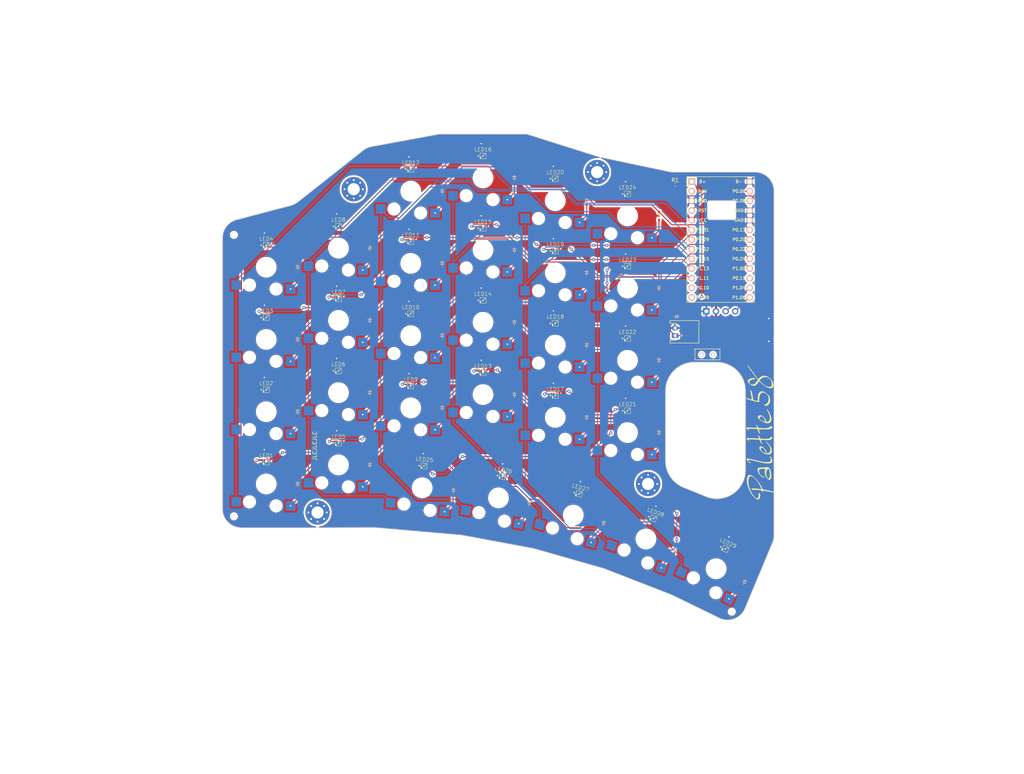
<source format=kicad_pcb>
(kicad_pcb (version 20240108) (generator "pcbnew") (generator_version "8.0")
  (title_block (title "Palette58_left") (rev "v1.0.0") (company "Unknown"))
  (layers (0 "F.Cu" signal) (31 "B.Cu" signal) (34 "B.Paste" user) (35 "F.Paste" user) (36 "B.SilkS" user "B.Silkscreen") (37 "F.SilkS" user "F.Silkscreen") (38 "B.Mask" user) (39 "F.Mask" user) (44 "Edge.Cuts" user))
  (net 0 "")
  (net 1 "col_1")
  (net 2 "outer_bottom")
  (net 3 "outer_home")
  (net 4 "outer_top")
  (net 5 "outer_num")
  (net 6 "col_2")
  (net 7 "pinky_bottom")
  (net 8 "pinky_home")
  (net 9 "pinky_top")
  (net 10 "pinky_num")
  (net 11 "col_3")
  (net 12 "ring_bottom")
  (net 13 "ring_home")
  (net 14 "ring_top")
  (net 15 "ring_num")
  (net 16 "col_4")
  (net 17 "middle_bottom")
  (net 18 "middle_home")
  (net 19 "middle_top")
  (net 20 "middle_num")
  (net 21 "col_5")
  (net 22 "index_bottom")
  (net 23 "index_home")
  (net 24 "index_top")
  (net 25 "index_num")
  (net 26 "col_6")
  (net 27 "inner_bottom")
  (net 28 "inner_home")
  (net 29 "inner_top")
  (net 30 "inner_num")
  (net 31 "outer-3_cluster")
  (net 32 "outer-2_cluster")
  (net 33 "outer_cluster")
  (net 34 "home_cluster")
  (net 35 "inner_cluster")
  (net 36 "Net-(LED1-DOUT)")
  (net 37 "row_4")
  (net 38 "row_3")
  (net 39 "row_2")
  (net 40 "row_1")
  (net 41 "row_5")
  (net 42 "VCC")
  (net 43 "GND")
  (net 44 "Net-(LED1-DIN)")
  (net 45 "B+")
  (net 46 "RAW")
  (net 47 "RST")
  (net 48 "P0.10")
  (net 49 "P0.90")
  (net 50 "SDA")
  (net 51 "SCL")
  (net 52 "P0.11")
  (net 53 "P0.08")
  (net 54 "P0.06")
  (net 55 "Net-(LED2-DIN)")
  (net 56 "Net-(LED3-DIN)")
  (net 57 "Net-(LED3-DOUT)")
  (net 58 "Net-(LED4-DIN)")
  (net 59 "JST+")
  (net 60 "Net-(LED5-DOUT)")
  (net 61 "Net-(LED10-DOUT)")
  (net 62 "Net-(LED11-DIN)")
  (net 63 "Net-(LED12-DOUT)")
  (net 64 "Net-(LED13-DIN)")
  (net 65 "Net-(LED10-DIN)")
  (net 66 "Net-(LED11-DOUT)")
  (net 67 "Net-(LED12-DIN)")
  (net 68 "Net-(LED13-DOUT)")
  (net 69 "Net-(LED14-DIN)")
  (net 70 "Net-(LED15-DOUT)")
  (net 71 "Net-(LED16-DIN)")
  (net 72 "Net-(LED17-DOUT)")
  (net 73 "Net-(LED18-DIN)")
  (net 74 "Net-(LED19-DOUT)")
  (net 75 "Net-(LED20-DIN)")
  (net 76 "Net-(LED21-DOUT)")
  (net 77 "Net-(LED22-DIN)")
  (net 78 "Net-(LED24-DIN)")
  (net 79 "Net-(LED25-DOUT)")
  (net 80 "Net-(LED26-DOUT)")
  (net 81 "Net-(LED27-DOUT)")
  (net 82 "Net-(LED28-DOUT)")
  (footprint "E73:SPDT_C128955" (layer "F.Cu") (at 116 -34 180)
    (property "Reference" "SW1" (hide yes))
    (property "Value" "MSK12C02-HB" (hide yes))
  )
  (footprint "Capacitor" (layer "F.Cu") (at 41.784402 -7.965752 -5)
    (property "Reference" "C25" (hide yes))
    (property "Value" "100nF" (hide yes))
  )
  (footprint "LED_SMD:XINGLIGHT XL-1615RGBC-WS2812B" (layer "F.Cu") (at 95 -19.25)
    (property "Reference" "LED21")
    (property "Value" "XINGLIGHTXL-1615RGBC-WS2812B")
  )
  (footprint "ComboDiode" (layer "F.Cu") (at 103.25 -51.5 -90)
    (property "Reference" "D23" (hide yes))
    (property "Value" "1N4148" (hide yes))
  )
  (footprint "JST_PH_S2B-PH-K_02x2.00mm_Angled" (layer "F.Cu") (at 107.5 -40 90)
    (property "Reference" "JST1" (hide yes))
    (property "Value" "" (hide yes))
  )
  (footprint "Capacitor" (layer "F.Cu") (at 19 -14)
    (property "Reference" "C5" (hide yes))
    (property "Value" "100nF" (hide yes))
  )
  (footprint "Gaeteron_low_profile" (layer "F.Cu") (at 19 -24)
    (property "Reference" "S6" (hide yes))
    (property "Value" "" (hide yes))
  )
  (footprint "Capacitor" (layer "F.Cu") (at 57 -32.5)
    (property "Reference" "C13" (hide yes))
    (property "Value" "100nF" (hide yes))
  )
  (footprint "Capacitor" (layer "F.Cu") (at 122.094307 14.130987 -25)
    (property "Reference" "C29" (hide yes))
    (property "Value" "100nF" (hide yes))
  )
  (footprint "ComboDiode" (layer "F.Cu") (at 84.25 -17.5 -90)
    (property "Reference" "D17" (hide yes))
    (property "Value" "1N4148" (hide yes))
  )
  (footprint "LED_SMD:XINGLIGHT XL-1615RGBC-WS2812B" (layer "F.Cu") (at 95 -38.25)
    (property "Reference" "LED22")
    (property "Value" "XINGLIGHTXL-1615RGBC-WS2812B")
  )
  (footprint "ComboDiode" (layer "F.Cu") (at 27.25 -24 -90)
    (property "Reference" "D6" (hide yes))
    (property "Value" "1N4148" (hide yes))
  )
  (footprint "Gaeteron_low_profile" (layer "F.Cu") (at 95 -51.5)
    (property "Reference" "S23" (hide yes))
    (property "Value" "" (hide yes))
  )
  (footprint "LED_SMD:XINGLIGHT XL-1615RGBC-WS2812B" (layer "F.Cu") (at 57 -48.25)
    (property "Reference" "LED14")
    (property "Value" "XINGLIGHTXL-1615RGBC-WS2812B")
  )
  (footprint "ComboDiode" (layer "F.Cu") (at 65.25 -42.5 -90)
    (property "Reference" "D14" (hide yes))
    (property "Value" "1N4148" (hide yes))
  )
  (footprint "Resistor" (layer "F.Cu") (at 125 -40.5 90)
    (property "Reference" "R2" (hide yes))
    (property "Value" "10kΩ" (hide yes))
  )
  (footprint "LED_SMD:XINGLIGHT XL-1615RGBC-WS2812B" (layer "F.Cu") (at 57 -86.25)
    (property "Reference" "LED16")
    (property "Value" "XINGLIGHTXL-1615RGBC-WS2812B")
  )
  (footprint "ComboDiode" (layer "F.Cu") (at 69.193695 5.102145 -100)
    (property "Reference" "D26" (hide yes))
    (property "Value" "1N4148" (hide yes))
  )
  (footprint "LED_SMD:XINGLIGHT XL-1615RGBC-WS2812B" (layer "F.Cu") (at 0 -24.75)
    (property "Reference" "LED2")
    (property "Value" "XINGLIGHTXL-1615RGBC-WS2812B")
  )
  (footprint "ComboDiode" (layer "F.Cu") (at 46.25 -77 -90)
    (property "Reference" "D12" (hide yes))
    (property "Value" "1N4148" (hide yes))
  )
  (footprint "Capacitor" (layer "F.Cu") (at 76 -64.5)
    (property "Reference" "C19" (hide yes))
    (property "Value" "100nF" (hide yes))
  )
  (footprint "LED_SMD:XINGLIGHT XL-1615RGBC-WS2812B" (layer "F.Cu") (at 76 -42.25)
    (property "Reference" "LED18")
    (property "Value" "XINGLIGHTXL-1615RGBC-WS2812B")
  )
  (footprint "ComboDiode" (layer "F.Cu") (at 103.25 -70.5 -90)
    (property "Reference" "D24" (hide yes))
    (property "Value" "1N4148" (hide yes))
  )
  (footprint "Gaeteron_low_profile" (layer "F.Cu") (at 57 -42.5)
    (property "Reference" "S14" (hide yes))
    (property "Value" "" (hide yes))
  )
  (footprint "Capacitor" (layer "F.Cu") (at 62.631864 -5.193722 -10)
    (property "Reference" "C26" (hide yes))
    (property "Value" "100nF" (hide yes))
  )
  (footprint "Capacitor" (layer "F.Cu") (at 0 -9)
    (property "Reference" "C1" (hide yes))
    (property "Value" "100nF" (hide yes))
  )
  (footprint "LED_SMD:XINGLIGHT XL-1615RGBC-WS2812B" (layer "F.Cu") (at 57 -67.25)
    (property "Reference" "LED15")
    (property "Value" "XINGLIGHTXL-1615RGBC-WS2812B")
  )
  (footprint "PushSwitch" (layer "F.Cu") (at 130 -40.5 90)
    (property "Reference" "SW2" (hide yes))
    (property "Value" "TS-1187A-B-A-B" (hide yes))
  )
  (footprint "LED_SMD:XINGLIGHT XL-1615RGBC-WS2812B" (layer "F.Cu") (at 62.067508 -1.993097 -10)
    (property "Reference" "LED26")
    (property "Value" "XINGLIGHTXL-1615RGBC-WS2812B")
  )
  (footprint "Gaeteron_low_profile" (layer "F.Cu") (at 61.069031 3.669548 -10)
    (property "Reference" "S26" (hide yes))
    (property "Value" "" (hide yes))
  )
  (footprint "Gaeteron_low_profile" (layer "F.Cu") (at 76 -17.5)
    (property "Reference" "S17" (hide yes))
    (property "Value" "" (hide yes))
  )
  (footprint "Capacitor" (layer "F.Cu") (at 19 -33)
    (property "Reference" "C6" (hide yes))
    (property "Value" "100nF" (hide yes))
  )
  (footprint "ComboDiode" (layer "F.Cu") (at 65.25 -61.5 -90)
    (property "Reference" "D15" (hide yes))
    (property "Value" "1N4148" (hide yes))
  )
  (footprint "ComboDiode" (layer "F.Cu") (at 108 -44)
    (property "Reference" "D30" (hide yes))
    (property "Value" "1N5819" (hide yes))
  )
  (footprint "Gaeteron_low_profile" (layer "F.Cu") (at 38 -39)
    (property "Reference" "S10" (hide yes))
    (property "Value" "" (hide yes))
  )
  (footprint "LED_SMD:XINGLIGHT XL-1615RGBC-WS2812B" (layer "F.Cu") (at 76 -61.25)
    (property "Reference" "LED19")
    (property "Value" "XINGLIGHTXL-1615RGBC-WS2812B")
  )
  (footprint "LED_SMD:XINGLIGHT XL-1615RGBC-WS2812B" (layer "F.Cu") (at 57 -29.25)
    (property "Reference" "LED13")
    (property "Value" "XINGLIGHTXL-1615RGBC-WS2812B")
  )
  (footprint "Gaeteron_low_profile" (layer "F.Cu") (at 38 -77)
    (property "Reference" "S12" (hide yes))
    (property "Value" "" (hide yes))
  )
  (footprint "Gaeteron_low_profile" (layer "F.Cu") (at 19 -62)
    (property "Reference" "S8" (hide yes))
    (property "Value" "" (hide yes))
  )
  (footprint "Capacitor" (layer "F.Cu") (at 76 -26.5)
    (property "Reference" "C17" (hide yes))
    (property "Value" "100nF" (hide yes))
  )
  (footprint "Capacitor" (layer "F.Cu") (at 38 -48)
    (property "Reference" "C10" (hide yes))
    (property "Value" "100nF" (hide yes))
  )
  (footprint "Capacitor" (layer "F.Cu") (at 38 -67)
    (property "Reference" "C11" (hide yes))
    (property "Value" "100nF" (hide yes))
  )
  (footprint "Capacitor" (layer "F.Cu") (at 95 -22.5)
    (property "Reference" "C21" (hide yes))
    (property "Value" "100nF" (hide yes))
  )
  (footprint "Capacitor" (layer "F.Cu") (at 57 -70.5)
    (property "Reference" "C15" (hide yes))
    (property "Value" "100nF" (hide yes))
  )
  (footprint "Gaeteron_low_profile" (layer "F.Cu") (at 57 -61.5)
    (property "Reference" "S15" (hide yes))
    (property "Value" "" (hide yes))
  )
  (footprint "Gaeteron_low_profile" (layer "F.Cu") (at 76 -55.5)
    (property "Reference" "S19" (hide yes))
    (property "Value" "" (hide yes))
  )
  (footprint "LED_SMD:XINGLIGHT XL-1615RGBC-WS2812B" (layer "F.Cu") (at 38 -25.75)
    (property "Reference" "LED9")
    (property "Value" "XINGLIGHTXL-1615RGBC-WS2812B")
  )
  (footprint "Gaeteron_low_profile" (layer "F.Cu") (at 80.736343 8.173685 -15)
    (property "Reference" "S27" (hide yes))
    (property "Value" "" (hide yes))
  )
  (footprint "Gaeteron_low_profile" (layer "F.Cu") (at 0 -57)
    (property "Reference" "S4" (hide yes))
    (property "Value" "" (hide yes))
  )
  (footprint "Capacitor" (layer "F.Cu") (at 19 -71)
    (property "Reference" "C8" (hide yes))
    (property "Value" "100nF" (hide yes))
  )
  (footprint "Capacitor" (layer "F.Cu") (at 57 -51.5)
    (property "Reference" "C14" (hide yes))
    (property "Value" "100nF" (hide yes))
  )
  (footprint "Gaeteron_low_profile" (layer "F.Cu") (at 38 -58)
    (property "Reference" "S11" (hide yes))
    (property "Value" "" (hide yes))
  )
  (footprint "Capacitor" (layer "F.Cu") (at 95 -79.5)
    (property "Reference" "C24" (hide yes))
    (property "Value" "100nF" (hide yes))
  )
  (footprint "LED_SMD:XINGLIGHT XL-1615RGBC-WS2812B" (layer "F.Cu") (at 76 -23.25)
    (property "Reference" "LED17")
    (property "Value" "XINGLIGHTXL-1615RGBC-WS2812B")
  )
  (footprint "MountingHole:MountingHole_3.2mm_M3_Pad_Via" (layer "F.Cu") (at 100.4 0)
    (property "Reference" "REF**" (hide yes))
    (property "Value" "MountingHole_3.2mm_M3_Pad_Via" (hide yes))
  )
  (footprint "LED_SMD:XINGLIGHT XL-1615RGBC-WS2812B" (layer "F.Cu") (at 19 -67.75)
    (property "Reference" "LED8")
    (property "Value" "XINGLIGHTXL-1615RGBC-WS2812B")
  )
  (footprint "MountingHole:MountingHole_3.2mm_M3_Pad_Via" (layer "F.Cu") (at 23 -77.5)
    (property "Reference" "REF**" (hide yes))
    (property "Value" "MountingHole_3.2mm_M3_Pad_Via" (hide yes))
  )
  (footprint "LED_SMD:XINGLIGHT XL-1615RGBC-WS2812B" (layer "F.Cu") (at 0 -5.75)
    (property "Reference" "LED1")
    (property "Value" "XINGLIGHTXL-1615RGBC-WS2812B")
  )
  (footprint "ComboDiode" (layer "F.Cu") (at 27.25 -43 -90)
    (property "Reference" "D7" (hide yes))
    (property "Value" "1N4148" (hide yes))
  )
  (footprint "Capacitor" (layer "F.Cu") (at 57 -89.5)
    (property "Reference" "C16" (hide yes))
    (property "Value" "100nF" (hide yes))
  )
  (footprint "ComboDiode" (layer "F.Cu") (at 84.25 -74.5 -90)
    (property "Reference" "D20" (hide yes))
    (property "Value" "1N4148" (hide yes))
  )
  (footprint "Capacitor" (layer "F.Cu") (at 38 -86)
    (property "Reference" "C12" (hide yes))
    (property "Value" "100nF" (hide yes))
  )
  (footprint "Gaeteron_low_profile" (layer "F.Cu") (at 95 -70.5)
    (property "Reference" "S24" (hide yes))
    (property "Value" "" (hide yes))
  )
  (footprint "LED_SMD:XINGLIGHT XL-1615RGBC-WS2812B" (layer "F.Cu") (at 120.720798 17.076488 -25)
    (property "Reference" "LED29")
    (property "Value" "XINGLIGHTXL-1615RGBC-WS2812B")
  )
  (footprint "MountingHole:MountingHole_3.2mm_M3_Pad_Via" (layer "F.Cu") (at 13.5 7.5)
    (property "Reference" "REF**" (hide yes))
    (property "Value" "MountingHole_3.2mm_M3_Pad_Via" (hide yes))
  )
  (footprint "ComboDiode" (layer "F.Cu") (at 88.705231 10.308942 -105)
    (property "Reference" "D27" (hide yes))
    (property "Value" "1N4148" (hide yes))
  )
  (footprint "ComboDiode" (layer "F.Cu") (at 46.25 -20 -90)
    (property "Reference" "D9" (hide yes))
    (property "Value" "1N4148" (hide yes))
  )
  (footprint "LED_SMD:XINGLIGHT XL-1615RGBC-WS2812B" (layer "F.Cu") (at 38 -44.75)
    (property "Reference" "LED10")
    (property "Value" "XINGLIGHTXL-1615RGBC-WS2812B")
  )
  (footprint "ComboDiode" (layer "F.Cu") (at 84.25 -36.5 -90)
    (property "Reference" "D18" (hide yes))
    (property "Value" "1N4148" (hide yes))
  )
  (footprint "LED_SMD:XINGLIGHT XL-1615RGBC-WS2812B" (layer "F.Cu") (at 76 -80.25)
    (property "Reference" "LED20")
    (property "Value" "XINGLIGHTXL-1615RGBC-WS2812B")
  )
  (footprint "Capacitor" (layer "F.Cu") (at 95 -60.5)
    (property "Reference" "C23" (hide yes))
    (property "Value" "100nF" (hide yes))
  )
  (footprint "Capacitor" (layer "F.Cu") (at 19 -52)
    (property "Reference" "C7" (hide yes))
    (property "Value" "100nF" (hide yes))
  )
  (footprint "LED_SMD:XINGLIGHT XL-1615RGBC-WS2812B" (layer "F.Cu") (at 19 -10.75)
    (property "Reference" "LED5")
    (property "Value" "XINGLIGHTXL-1615RGBC-WS2812B")
  )
  (footprint "LED_SMD:XINGLIGHT XL-1615RGBC-WS2812B" (layer "F.Cu") (at 41.501146 -4.72812 -5)
    (property "Reference" "LED25")
    (property "Value" "XINGLIGHTXL-1615RGBC-WS2812B")
  )
  (footprint "ComboDiode" (layer "F.Cu") (at 8.25 -38 -90)
    (property "Reference" "D3" (hide yes))
    (property "Value" "1N4148" (hide yes))
  )
  (footprint "Gaeteron_low_profile" (layer "F.Cu") (at 19 -5)
    (property "Reference" "S5" (hide yes))
    (property "Value" "" (hide yes))
  )
  (footprint "Capacitor" (layer "F.Cu") (at 83.065715 -0.519647 -15)
    (property "Reference" "C27" (hide yes))
    (property "Value" "100nF" (hide yes))
  )
  (footprint "Gaeteron_low_profile" (layer "F.Cu") (at 19 -43)
    (property "Reference" "S7" (hide yes))
    (property "Value" "" (hide yes))
  )
  (footprint "Capacitor" (layer "F.Cu") (at 0 -28)
    (property "Reference" "C2" (hide yes))
    (property "Value" "100nF" (hide yes))
  )
  (footprint "Gaeteron_low_profile" (layer "F.Cu") (at 0 -19)
    (property "Reference" "S2" (hide yes))
    (property "Value" "" (hide yes))
  )
  (footprint "ComboDiode" (layer "F.Cu") (at 107.588054 17.283643 -110)
    (property "Reference" "D28" (hide yes))
    (property "Value" "1N4148" (hide yes))
  )
  (footprint "LED_SMD:XINGLIGHT XL-1615RGBC-WS2812B" (layer "F.Cu") (at 19 -29.75)
    (property "Reference" "LED6")
    (property "Value" "XINGLIGHTXL-1615RGBC-WS2812B")
  )
  (footprint "Capacitor" (layer "F.Cu") (at 38 -29)
    (property "Reference" "C9" (hide yes))
    (property "Value" "100nF" (hide yes))
  )
  (footprint "Gaeteron_low_profile" (layer "F.Cu") (at 41 1 -5)
    (property "Reference" "S25" (hide yes))
    (property "Value" "" (hide yes))
  )
  (footprint "ComboDiode" (layer "F.Cu") (at 8.25 0 -90)
    (property "Reference" "D1" (hide yes))
    (property "Value" "1N4148" (hide yes))
  )
  (footprint "ComboDiode" (layer "F.Cu") (at 27.25 -5 -90)
    (property "Reference" "D5" (hide yes))
    (property "Value" "1N4148" (hide yes))
  )
  (footprint "ComboDiode" (layer "F.Cu") (at 65.25 -80.5 -90)
    (property "Reference" "D16" (hide yes))
    (property "Value" "1N4148" (hide yes))
  )
  (footprint "Gaeteron_low_profile" (layer "F.Cu") (at 95 -32.5)
    (property "Reference" "S22" (hide yes))
    (property "Value" "" (hide yes))
  )
  (footprint "Gaeteron_low_profile" (layer "F.Cu") (at 118.290743 22.287757 -25)
    (property "Reference" "S29" (hide yes))
    (property "Value" "" (hide yes))
  )
  (footprint "Palette58:logo" (layer "F.Cu") (at 129.75 -13.55 90)
    (property "Reference" "G***" (hide yes))
    (property "Value" "LOGO" (hide yes))
  )
  (footprint "MountingHole:MountingHole_3.2mm_M3_Pad_Via" (layer "F.Cu") (at 87 -82)
    (property "Reference" "REF**" (hide yes))
    (property "Value" "MountingHole_3.2mm_M3_Pad_Via" (hide yes))
  )
  (footprint "ToolingHole" (layer "F.Cu") (at 122.402104 33.583629 -25)
    (property "Reference" "_94" (hide yes))
    (property "Value" "" (hide yes))
  )
  (footprint "LED_SMD:XINGLIGHT XL-1615RGBC-WS2812B" (layer "F.Cu") (at 95 -76.25)
    (property "Reference" "LED24")
    (property "Value" "XINGLIGHTXL-1615RGBC-WS2812B")
  )
  (footprint "Capacitor" (layer "F.Cu") (at 0 -47)
    (property "Reference" "C3" (hide yes))
    (property "Value" "100nF" (hide yes))
  )
  (footprint "LED_SMD:XINGLIGHT XL-1615RGBC-WS2812B" (layer "F.Cu") (at 38 -82.75)
    (property "Reference" "LED12")
    (property "Value" "XINGLIGHTXL-1615RGBC-WS2812B")
  )
  (footprint "Capacitor" (layer "F.Cu") (at 0 -66)
    (property "Reference" "C4" (hide yes))
    (property "Value" "100nF" (hide yes))
  )
  (footprint "Capacitor" (layer "F.Cu") (at 76 -45.5)
    (property "Reference" "C18" (hide yes))
    (property "Value" "100nF" (hide yes))
  )
  (footprint "LED_SMD:XINGLIGHT XL-1615RGBC-WS2812B" (layer "F.Cu") (at 82.224553 2.619612 -15)
    (property "Reference" "LED27")
    (property "Value" "XINGLIGHTXL-1615RGBC-WS2812B")
  )
  (footprint "Gaeteron_low_profile" (layer "F.Cu") (at 0 -38)
    (property "Reference" "S3" (hide yes))
    (property "Value" "" (hide yes))
  )
  (footprint "ComboDiode" (layer "F.Cu") (at 84.25 -55.5 -90)
    (property "Reference" "D19" (hide yes))
    (property "Value" "1N4148" (hide yes))
  )
  (footprint "Gaeteron_low_profile" (layer "F.Cu") (at 99.83559 14.461977 -20)
    (property "Reference" "S28" (hide yes))
    (property "Value" "" (hide yes))
  )
  (footprint "ComboDiode" (layer "F.Cu") (at 103.25 -32.5 -90)
    (property "Reference" "D22" (hide yes))
    (property "Value" "1N4148" (hide yes))
  )
  (footprint "ComboDiode" (layer "F.Cu") (at 103.25 -13.5 -90)
    (property "Reference" "D21" (hide yes))
    (property "Value" "1N4148" (hide yes))
  )
  (footprint "Gaeteron_low_profile" (layer "F.Cu") (at 57 -23.5)
    (property "Reference" "S13" (hide yes))
    (property "Value" "" (hide yes))
  )
  (footprint "ToolingHole" (layer "F.Cu") (at -8.5 8.5)
    (property "Reference" "_93" (hide yes))
    (property "Value" "" (hide yes))
  )
  (footprint "nice!nanov2" (layer "F.Cu") (at 119.5 -63 -90)
    (property "Reference" "MCU1" (hide yes))
    (property "Value" "" (hide yes))
  )
  (footprint "LED_SMD:XINGLIGHT XL-1615RGBC-WS2812B" (layer "F.Cu") (at 19 -48.75)
    (property "Reference" "LED7")
    (property "Value" "XINGLIGHTXL-1615RGBC-WS2812B")
  )
  (footprint "ToolingHole" (layer "F.Cu") (at -8.5 -65.5)
    (property "Reference" "_92" (hide yes))
    (property "Value" "" (hide yes))
  )
  (footprint "LED_SMD:XINGLIGHT XL-1615RGBC-WS2812B" (layer "F.Cu") (at 101.802206 9.058745 -20)
    (property "Reference" "LED28")
    (property "Value" "XINGLIGHTXL-1615RGBC-WS2812B")
  )
  (footprint "Capacitor" (layer "F.Cu") (at 76 -83.5)
    (property "Reference" "C20" (hide yes))
    (property "Value" "100nF" (hide yes))
  )
  (footprint "Capacitor" (layer "F.Cu") (at 95 -41.5)
    (property "Reference" "C22" (hide yes))
    (property "Value" "100nF" (hide yes))
  )
  (footprint "lib:OLED_headers" (layer "F.Cu") (at 125.5 -47 -90)
    (property "Reference" "OLED1" (hide yes))
    (property "Value" "OLED")
  )
  (footprint "Capacitor" (layer "F.Cu") (at 102.913772 6.004743 -20)
    (property "Reference" "C28" (hide yes))
    (property "Value" "100nF" (hide yes))
  )
  (footprint "LED_SMD:XINGLIGHT XL-1615RGBC-WS2812B" (layer "F.Cu") (at 95 -57.25)
    (property "Reference" "LED23")
    (property "Value" "XINGLIGHTXL-1615RGBC-WS2812B")
  )
  (footprint "Resistor_SMD:R_0402_1005Metric" (layer "F.Cu") (at 107.5 -78.75)
    (property "Reference" "R1")
    (property "Value" "330Ω")
  )
  (footprint "Gaeteron_low_profile" (layer "F.Cu") (at 0 0)
    (property "Reference" "S1" (hide yes))
    (property "Value" "" (hide yes))
  )
  (footprint "ComboDiode" (layer "F.Cu") (at 27.25 -62 -90)
    (property "Reference" "D8" (hide yes))
    (property "Value" "1N4148" (hide yes))
  )
  (footprint "Gaeteron_low_profile" (layer "F.Cu") (at 38 -20)
    (property "Reference" "S9" (hide yes))
    (property "Value" "" (hide yes))
  )
  (footprint "Gaeteron_low_profile" (layer "F.Cu") (at 76 -74.5)
    (property "Reference" "S20" (hide yes))
    (property "Value" "" (hide yes))
  )
  (footprint "ComboDiode" (layer "F.Cu") (at 8.25 -57 -90)
    (property "Reference" "D4" (hide yes))
    (property "Value" "1N4148" (hide yes))
  )
  (footprint "Gaeteron_low_profile" (layer "F.Cu") (at 57 -80.5)
    (property "Reference" "S16" (hide yes))
    (property "Value" "" (hide yes))
  )
  (footprint "ComboDiode" (layer "F.Cu") (at 46.25 -58 -90)
    (property "Reference" "D11" (hide yes))
    (property "Value" "1N4148" (hide yes))
  )
  (footprint "ComboDiode" (layer "F.Cu") (at 49.218606 1.719035 -95)
    (property "Reference" "D25" (hide yes))
    (property "Value" "1N4148" (hide yes))
  )
  (footprint "LED_SMD:XINGLIGHT XL-1615RGBC-WS2812B" (layer "F.Cu") (at 0 -62.75)
    (property "Reference" "LED4")
    (property "Value" "XINGLIGHTXL-1615RGBC-WS2812B")
  )
  (footprint "LED_SMD:XINGLIGHT XL-1615RGBC-WS2812B" (layer "F.Cu") (at 38 -63.75)
    (property "Reference" "LED11")
    (property "Value" "XINGLIGHTXL-1615RGBC-WS2812B")
  )
  (footprint "ComboDiode" (layer "F.Cu") (at 8.25 -19 -90)
    (property "Reference" "D2" (hide yes))
    (property "Value" "1N4148" (hide yes))
  )
  (footprint "ComboDiode" (layer "F.Cu") (at 65.25 -23.5 -90)
    (property "Reference" "D13" (hide yes))
    (property "Value" "1N4148" (hide yes))
  )
  (footprint "LED_SMD:XINGLIGHT XL-1615RGBC-WS2812B" (layer "F.Cu") (at 0 -43.75)
    (property "Reference" "LED3")
    (property "Value" "XINGLIGHTXL-1615RGBC-WS2812B")
  )
  (footprint "ComboDiode" (layer "F.Cu") (at 125.767782 25.774358 -115)
    (property "Reference" "D29" (hide yes))
    (property "Value" "1N4148" (hide yes))
  )
  (footprint "ComboDiode" (layer "F.Cu") (at 46.25 -39 -90)
    (property "Reference" "D10" (hide yes))
    (property "Value" "1N4148" (hide yes))
  )
  (footprint "Gaeteron_low_profile" (layer "F.Cu") (at 76 -36.5)
    (property "Reference" "S18" (hide yes))
    (property "Value" "" (hide yes))
  )
  (footprint "Gaeteron_low_profile" (layer "F.Cu") (at 95 -13.5)
    (property "Reference" "S21" (hide yes))
    (property "Value" "" (hide yes))
  )
  (gr_line (start 11.49326 11.5) (end -6.5 11.5) (stroke (width 0.15)) (layer "Edge.Cuts"))
  (gr_line (start 112.5 -32) (end 118.5 -32) (stroke (width 0.15)) (layer "Edge.Cuts"))
  (gr_line (start 105 -6.055365) (end 105 -24.5) (stroke (width 0.15)) (layer "Edge.Cuts"))
  (gr_line (start 115.686054 3.325308) (end 109.686054 0.896736) (stroke (width 0.15)) (layer "Edge.Cuts"))
  (gr_arc (start 8.317945 -74.145746) (mid 7.45203 -73.596145) (end 6.49219 -73.234787) (stroke (width 0.15)) (layer "Edge.Cuts"))
  (gr_arc (start 128.5 -82) (mid 132.035534 -80.535534) (end 133.5 -77) (stroke (width 0.15)) (layer "Edge.Cuts"))
  (gr_line (start 123 -69.5) (end 116.5 -69.5) (stroke (width 0.15)) (layer "Edge.Cuts"))
  (gr_line (start 107.02061 -82) (end 128.5 -82) (stroke (width 0.15)) (layer "Edge.Cuts"))
  (gr_arc (start 45.050872 -91.917266) (mid 45.501893 -91.979274) (end 45.956684 -92) (stroke (width 0.15)) (layer "Edge.Cuts"))
  (gr_arc (start 105 -24.5) (mid 107.196699 -29.803301) (end 112.5 -32) (stroke (width 0.15)) (layer "Edge.Cuts"))
  (gr_arc (start 118.5 -32) (mid 123.803301 -29.803301) (end 126 -24.5) (stroke (width 0.15)) (layer "Edge.Cuts"))
  (gr_arc (start 109.686054 0.896736) (mid 106.280893 -1.863384) (end 105 -6.055365) (stroke (width 0.15)) (layer "Edge.Cuts"))
  (gr_arc (start 11.506772 11.499982) (mid 11.500016 11.499996) (end 11.49326 11.5) (stroke (width 0.15)) (layer "Edge.Cuts"))
  (gr_line (start -7.772467 -69.48093) (end 6.49219 -73.234787) (stroke (width 0.15)) (layer "Edge.Cuts"))
  (gr_line (start 45.956684 -92) (end 67.729284 -92) (stroke (width 0.15)) (layer "Edge.Cuts"))
  (gr_arc (start 51.211853 13.43735) (mid 51.453148 13.464378) (end 51.692847 13.503089) (stroke (width 0.15)) (layer "Edge.Cuts"))
  (gr_line (start 116 -70) (end 116 -74) (stroke (width 0.15)) (layer "Edge.Cuts"))
  (gr_arc (start -11.5 -64.645557) (mid -10.459945 -67.698233) (end -7.772467 -69.48093) (stroke (width 0.15)) (layer "Edge.Cuts"))
  (gr_arc (start 25.526891 -87.731756) (mid 26.562466 -88.362064) (end 27.7193 -88.724608) (stroke (width 0.15)) (layer "Edge.Cuts"))
  (gr_line (start 69.234941 -91.767913) (end 87.26527 -86.074125) (stroke (width 0.15)) (layer "Edge.Cuts"))
  (gr_line (start 88.643364 22.194182) (end 70.621977 17.055833) (stroke (width 0.15)) (layer "Edge.Cuts"))
  (gr_arc (start 133.5 13.496721) (mid 133.402284 14.480393) (end 133.112956 15.425616) (stroke (width 0.15)) (layer "Edge.Cuts"))
  (gr_line (start 116.5 -74.5) (end 123 -74.5) (stroke (width 0.15)) (layer "Edge.Cuts"))
  (gr_line (start 70.167763 16.948966) (end 51.692847 13.503089) (stroke (width 0.15)) (layer "Edge.Cuts"))
  (gr_line (start 133.5 -77) (end 133.5 13.496721) (stroke (width 0.15)) (layer "Edge.Cuts"))
  (gr_arc (start 87.740875 -85.949289) (mid 87.501537 -86.005857) (end 87.265271 -86.074125) (stroke (width 0.15)) (layer "Edge.Cuts"))
  (gr_line (start 119.091168 35.245913) (end 106.895306 29.292702) (stroke (width 0.15)) (layer "Edge.Cuts"))
  (gr_arc (start 123 -74.5) (mid 123.353553 -74.353553) (end 123.5 -74) (stroke (width 0.15)) (layer "Edge.Cuts"))
  (gr_arc (start 70.167763 16.948966) (mid 70.396117 16.997098) (end 70.621977 17.055833) (stroke (width 0.15)) (layer "Edge.Cuts"))
  (gr_line (start 87.740875 -85.949289) (end 105.990557 -82.107251) (stroke (width 0.15)) (layer "Edge.Cuts"))
  (gr_line (start 133.112956 15.425616) (end 125.897435 32.681548) (stroke (width 0.15)) (layer "Edge.Cuts"))
  (gr_arc (start 123.5 -70) (mid 123.353553 -69.646447) (end 123 -69.5) (stroke (width 0.15)) (layer "Edge.Cuts"))
  (gr_arc (start 116 -74) (mid 116.146447 -74.353553) (end 116.5 -74.5) (stroke (width 0.15)) (layer "Edge.Cuts"))
  (gr_line (start 51.211853 13.43735) (end 28.765686 11.473564) (stroke (width 0.15)) (layer "Edge.Cuts"))
  (gr_line (start 28.316396 11.454556) (end 11.506772 11.499982) (stroke (width 0.15)) (layer "Edge.Cuts"))
  (gr_arc (start 125.897435 32.681548) (mid 123.047335 35.431578) (end 119.091168 35.245913) (stroke (width 0.15)) (layer "Edge.Cuts"))
  (gr_line (start 27.7193 -88.724608) (end 45.050872 -91.917266) (stroke (width 0.15)) (layer "Edge.Cuts"))
  (gr_arc (start 116.5 -69.5) (mid 116.146447 -69.646447) (end 116 -70) (stroke (width 0.15)) (layer "Edge.Cuts"))
  (gr_line (start 8.317944 -74.145746) (end 25.526891 -87.731756) (stroke (width 0.15)) (layer "Edge.Cuts"))
  (gr_arc (start 107.02061 -82) (mid 106.502799 -82.026885) (end 105.990557 -82.107251) (stroke (width 0.15)) (layer "Edge.Cuts"))
  (gr_arc (start 28.316396 11.454556) (mid 28.541255 11.459006) (end 28.765686 11.473564) (stroke (width 0.15)) (layer "Edge.Cuts"))
  (gr_line (start 126 -24.5) (end 126 -3.626793) (stroke (width 0.15)) (layer "Edge.Cuts"))
  (gr_line (start -11.5 6.5) (end -11.5 -64.645557) (stroke (width 0.15)) (layer "Edge.Cuts"))
  (gr_arc (start 88.643364 22.194182) (mid 88.866332 22.263424) (end 89.085824 22.342998) (stroke (width 0.15)) (layer "Edge.Cuts"))
  (gr_line (start 123.5 -74) (end 123.5 -70) (stroke (width 0.15)) (layer "Edge.Cuts"))
  (gr_arc (start 67.729284 -92) (mid 68.491004 -91.941638) (end 69.234941 -91.767913) (stroke (width 0.15)) (layer "Edge.Cuts"))
  (gr_line (start 106.51544 29.126411) (end 89.085824 22.342998) (stroke (width 0.15)) (layer "Edge.Cuts"))
  (gr_arc (start 126 -3.626793) (mid 122.691981 2.592314) (end 115.686054 3.325308) (stroke (width 0.15)) (layer "Edge.Cuts"))
  (gr_arc (start 106.51544 29.126411) (mid 106.707098 29.205617) (end 106.895306 29.292702) (stroke (width 0.15)) (layer "Edge.Cuts"))
  (gr_arc (start -6.5 11.5) (mid -10.035534 10.035534) (end -11.5 6.5) (stroke (width 0.15)) (layer "Edge.Cuts"))
  (gr_text "JLCJLCJLC" (at 13.35 -6.05 90) (layer "F.SilkS") (effects (font (size 1 1)) (justify left bottom)))
  (segment (start 22.2 -83.6) (end -7.9 -53.5) (width 0.25) (layer "B.Cu") (net 1))
  (segment (start 111.88 -66.81) (end 104.84 -73.85) (width 0.25) (layer "B.Cu") (net 1))
  (segment (start 81.586396 -73.85) (end 77.536396 -77.9) (width 0.25) (layer "B.Cu") (net 1))
  (segment (start 77.536396 -77.9) (end 64.1 -77.9) (width 0.25) (layer "B.Cu") (net 1))
  (segment (start 58.4 -83.6) (end 22.2 -83.6) (width 0.25) (layer "B.Cu") (net 1))
  (segment (start -7.9 -53.5) (end -7.9 -52.3) (width 0.25) (layer "B.Cu") (net 1))
  (segment (start 64.1 -77.9) (end 58.4 -83.6) (width 0.25) (layer "B.Cu") (net 1))
  (segment (start 104.84 -73.85) (end 81.586396 -73.85) (width 0.25) (layer "B.Cu") (net 1))
  (segment (start -7.9 4.7) (end -7.9 -52.3) (width 0.25) (layer "B.Cu") (net 1))
  (segment (start 8.25 3.9) (end 6.4 5.75) (width 0.25) (layer "F.Cu") (net 2))
  (segment (start 8.25 1.055) (end 8.25 3.9) (width 0.25) (layer "F.Cu") (net 2))
  (via (at 6.4 5.75) (size 0.8) (drill 0.4) (layers "F.Cu" "B.Cu") (net 2))
  (segment (start 8.25 -15.1) (end 6.4 -13.25) (width 0.25) (layer "F.Cu") (net 3))
  (segment (start 8.25 -17.945) (end 8.25 -15.1) (width 0.25) (layer "F.Cu") (net 3))
  (via (at 6.4 -13.25) (size 0.8) (drill 0.4) (layers "F.Cu" "B.Cu") (net 3))
  (segment (start 8.25 -36.945) (end 8.25 -34.1) (width 0.25) (layer "F.Cu") (net 4))
  (segment (start 8.25 -34.1) (end 6.4 -32.25) (width 0.25) (layer "F.Cu") (net 4))
  (via (at 6.4 -32.25) (size 0.8) (drill 0.4) (layers "F.Cu" "B.Cu") (net 4))
  (segment (start 8.25 -55.945) (end 8.25 -53.1) (width 0.25) (layer "F.Cu") (net 5))
  (segment (start 8.25 -53.1) (end 6.4 -51.25) (width 0.25) (layer "F.Cu") (net 5))
  (via (at 6.4 -51.25) (size 0.8) (drill 0.4) (layers "F.Cu" "B.Cu") (net 5))
  (segment (start 32.72043 4.993585) (end 32.72043 4.82043) (width 0.25) (layer "B.Cu") (net 6))
  (segment (start 11.7 -0.3) (end 11.1 -0.3) (width 0.25) (layer "B.Cu") (net 6))
  (segment (start 15.1 3.1) (end 11.7 -0.3) (width 0.25) (layer "B.Cu") (net 6))
  (segment (start 77.35 -77.45) (end 81.4 -73.4) (width 0.25) (layer "B.Cu") (net 6))
  (segment (start 31 3.1) (end 15.1 3.1) (width 0.25) (layer "B.Cu") (net 6))
  (segment (start 11.1 -57.3) (end 11.1 -58.165864) (width 0.25) (layer "B.Cu") (net 6))
  (segment (start 11.1 -57.3) (end 11.1 -0.3) (width 0.25) (layer "B.Cu") (net 6))
  (segment (start 32.809136 -79.875) (end 53.525 -79.875) (width 0.25) (layer "B.Cu") (net 6))
  (segment (start 81.4 -73.4) (end 102.75 -73.4) (width 0.25) (layer "B.Cu") (net 6))
  (segment (start 102.75 -73.4) (end 111.88 -64.27) (width 0.25) (layer "B.Cu") (net 6))
  (segment (start 11.1 -58.165864) (end 32.809136 -79.875) (width 0.25) (layer "B.Cu") (net 6))
  (segment (start 32.72043 4.82043) (end 31 3.1) (width 0.25) (layer "B.Cu") (net 6))
  (segment (start 53.525 -79.875) (end 55.95 -77.45) (width 0.25) (layer "B.Cu") (net 6))
  (segment (start 55.95 -77.45) (end 77.35 -77.45) (width 0.25) (layer "B.Cu") (net 6))
  (segment (start 27.25 -1.1) (end 25.4 0.75) (width 0.25) (layer "F.Cu") (net 7))
  (segment (start 27.25 -3.945) (end 27.25 -1.1) (width 0.25) (layer "F.Cu") (net 7))
  (via (at 25.4 0.75) (size 0.8) (drill 0.4) (layers "F.Cu" "B.Cu") (net 7))
  (segment (start 27.25 -22.945) (end 27.25 -20.1) (width 0.25) (layer "F.Cu") (net 8))
  (segment (start 27.25 -20.1) (end 25.4 -18.25) (width 0.25) (layer "F.Cu") (net 8))
  (via (at 25.4 -18.25) (size 0.8) (drill 0.4) (layers "F.Cu" "B.Cu") (net 8))
  (segment (start 27.25 -41.945) (end 27.25 -39.1) (width 0.25) (layer "F.Cu") (net 9))
  (segment (start 27.25 -39.1) (end 25.4 -37.25) (width 0.25) (layer "F.Cu") (net 9))
  (via (at 25.4 -37.25) (size 0.8) (drill 0.4) (layers "F.Cu" "B.Cu") (net 9))
  (segment (start 27.25 -60.945) (end 27.25 -58.1) (width 0.25) (layer "F.Cu") (net 10))
  (segment (start 27.25 -58.1) (end 25.4 -56.25) (width 0.25) (layer "F.Cu") (net 10))
  (via (at 25.4 -56.25) (size 0.8) (drill 0.4) (layers "F.Cu" "B.Cu") (net 10))
  (segment (start 32.4 -70) (end 30.1 -72.3) (width 0.25) (layer "B.Cu") (net 11))
  (segment (start 69.434136 -77) (end 55.763604 -77) (width 0.25) (layer "B.Cu") (net 11))
  (segment (start 49.546579 4) (end 39.75 4) (width 0.25) (layer "B.Cu") (net 11))
  (segment (start 44.525 -79.425) (end 35.1 -70) (width 0.25) (layer "B.Cu") (net 11))
  (segment (start 53.338604 -79.425) (end 44.525 -79.425) (width 0.25) (layer "B.Cu") (net 11))
  (segment (start 111.88 -61.73) (end 106.01 -67.6) (width 0.25) (layer "B.Cu") (net 11))
  (segment (start 55.763604 -77) (end 53.338604 -79.425) (width 0.25) (layer "B.Cu") (net 11))
  (segment (start 93.834136 -67.6) (end 89.834136 -71.6) (width 0.25) (layer "B.Cu") (net 11))
  (segment (start 39.75 4) (end 30.1 -5.65) (width 0.25) (layer "B.Cu") (net 11))
  (segment (start 30.1 -15.3) (end 30.1 -72.3) (width 0.25) (layer "B.Cu") (net 11))
  (segment (start 74.834136 -71.6) (end 69.434136 -77) (width 0.25) (layer "B.Cu") (net 11))
  (segment (start 106.01 -67.6) (end 93.834136 -67.6) (width 0.25) (layer "B.Cu") (net 11))
  (segment (start 35.1 -70) (end 32.4 -70) (width 0.25) (layer "B.Cu") (net 11))
  (segment (start 52.472903 6.926324) (end 49.546579 4) (width 0.25) (layer "B.Cu") (net 11))
  (segment (start 89.834136 -71.6) (end 74.834136 -71.6) (width 0.25) (layer "B.Cu") (net 11))
  (segment (start 30.1 -5.65) (end 30.1 -15.3) (width 0.25) (layer "B.Cu") (net 11))
  (segment (start 46.25 -18.945) (end 46.25 -16.1) (width 0.25) (layer "F.Cu") (net 12))
  (segment (start 46.25 -16.1) (end 44.4 -14.25) (width 0.25) (layer "F.Cu") (net 12))
  (via (at 44.4 -14.25) (size 0.8) (drill 0.4) (layers "F.Cu" "B.Cu") (net 12))
  (segment (start 46.25 -35.1) (end 44.4 -33.25) (width 0.25) (layer "F.Cu") (net 13))
  (segment (start 46.25 -37.945) (end 46.25 -35.1) (width 0.25) (layer "F.Cu") (net 13))
  (via (at 44.4 -33.25) (size 0.8) (drill 0.4) (layers "F.Cu" "B.Cu") (net 13))
  (segment (start 46.25 -54.1) (end 44.4 -52.25) (width 0.25) (layer "F.Cu") (net 14))
  (segment (start 46.25 -56.945) (end 46.25 -54.1) (width 0.25) (layer "F.Cu") (net 14))
  (via (at 44.4 -52.25) (size 0.8) (drill 0.4) (layers "F.Cu" "B.Cu") (net 14))
  (segment (start 46.25 -73.1) (end 44.4 -71.25) (width 0.25) (layer "F.Cu") (net 15))
  (segment (start 46.25 -75.945) (end 46.25 -73.1) (width 0.25) (layer "F.Cu") (net 15))
  (via (at 44.4 -71.25) (size 0.8) (drill 0.4) (layers "F.Cu" "B.Cu") (net 15))
  (segment (start 69.25 -64.75) (end 71 -63) (width 0.25) (layer "F.Cu") (net 16))
  (segment (start 86.1 -62.75) (end 89.5 -62.75) (width 0.25) (layer "F.Cu") (net 16))
  (segment (start 66 -64.75) (end 69.25 -64.75) (width 0.25) (layer "F.Cu") (net 16))
  (via (at 86.1 -62.75) (size 0.8) (drill 0.4) (layers "F.Cu" "B.Cu") (net 16))
  (via (at 89.5 -62.75) (size 0.8) (drill 0.4) (layers "F.Cu" "B.Cu") (net 16))
  (via (at 71 -63) (size 0.8) (drill 0.4) (layers "F.Cu" "B.Cu") (net 16))
  (via (at 66 -64.75) (size 0.8) (drill 0.4) (layers "F.Cu" "B.Cu") (net 16))
  (segment (start 49.1 -18.8) (end 49.1 -16.1) (width 0.25) (layer "B.Cu") (net 16))
  (segment (start 55.55 -64.75) (end 49.1 -58.3) (width 0.25) (layer "B.Cu") (net 16))
  (segment (start 86.1 -62.75) (end 71.25 -62.75) (width 0.25) (layer "B.Cu") (net 16))
  (segment (start 108.32 -62.75) (end 111.88 -59.19) (width 0.25) (layer "B.Cu") (net 16))
  (segment (start 66 -64.75) (end 55.55 -64.75) (width 0.25) (layer "B.Cu") (net 16))
  (segment (start 49.1 -58.3) (end 49.1 -56.8) (width 0.25) (layer "B.Cu") (net 16))
  (segment (start 71.25 -62.75) (end 71 -63) (width 0.25) (layer "B.Cu") (net 16))
  (segment (start 49.1 -16.1) (end 71.889079 6.689079) (width 0.25) (layer "B.Cu") (net 16))
  (segment (start 71.889079 6.689079) (end 71.889079 10.668866) (width 0.25) (layer "B.Cu") (net 16))
  (segment (start 49.1 -18.8) (end 49.1 -75.8) (width 0.25) (layer "B.Cu") (net 16))
  (segment (start 89.5 -62.75) (end 108.32 -62.75) (width 0.25) (layer "B.Cu") (net 16))
  (segment (start 65.25 -19.6) (end 63.4 -17.75) (width 0.25) (layer "F.Cu") (net 17))
  (segment (start 65.25 -22.445) (end 65.25 -19.6) (width 0.25) (layer "F.Cu") (net 17))
  (via (at 63.4 -17.75) (size 0.8) (drill 0.4) (layers "F.Cu" "B.Cu") (net 17))
  (segment (start 65.25 -38.6) (end 63.4 -36.75) (width 0.25) (layer "F.Cu") (net 18))
  (segment (start 65.25 -41.445) (end 65.25 -38.6) (width 0.25) (layer "F.Cu") (net 18))
  (via (at 63.4 -36.75) (size 0.8) (drill 0.4) (layers "F.Cu" "B.Cu") (net 18))
  (segment (start 65.25 -57.6) (end 63.4 -55.75) (width 0.25) (layer "F.Cu") (net 19))
  (segment (start 65.25 -60.445) (end 65.25 -57.6) (width 0.25) (layer "F.Cu") (net 19))
  (via (at 63.4 -55.75) (size 0.8) (drill 0.4) (layers "F.Cu" "B.Cu") (net 19))
  (segment (start 65.25 -76.6) (end 63.4 -74.75) (width 0.25) (layer "F.Cu") (net 20))
  (segment (start 65.25 -79.445) (end 65.25 -76.6) (width 0.25) (layer "F.Cu") (net 20))
  (via (at 63.4 -74.75) (size 0.8) (drill 0.4) (layers "F.Cu" "B.Cu") (net 20))
  (segment (start 86.05 -59) (end 89.4 -59) (width 0.25) (layer "F.Cu") (net 21))
  (via (at 86.05 -59) (size 0.8) (drill 0.4) (layers "F.Cu" "B.Cu") (net 21))
  (via (at 89.4 -59) (size 0.8) (drill 0.4) (layers "F.Cu" "B.Cu") (net 21))
  (segment (start 74.8 -59) (end 68.1 -52.3) (width 0.25) (layer "B.Cu") (net 21))
  (segment (start 109.53 -59) (end 111.88 -56.65) (width 0.25) (layer "B.Cu") (net 21))
  (segment (start 89.4 -59) (end 109.53 -59) (width 0.25) (layer "B.Cu") (net 21))
  (segment (start 68.1 -0.1) (end 79.95 11.75) (width 0.25) (layer "B.Cu") (net 21))
  (segment (start 86.377951 11.75) (end 90.804524 16.176573) (width 0.25) (layer "B.Cu") (net 21))
  (segment (start 68.1 -12.8) (end 68.1 -0.1) (width 0.25) (layer "B.Cu") (net 21))
  (segment (start 86.05 -59) (end 74.8 -59) (width 0.25) (layer "B.Cu") (net 21))
  (segment (start 68.1 -69.8) (end 68.1 -12.8) (width 0.25) (layer "B.Cu") (net 21))
  (segment (start 79.95 11.75) (end 86.377951 11.75) (width 0.25) (layer "B.Cu") (net 21))
  (segment (start 68.1 -52.3) (end 68.1 -50.8) (width 0.25) (layer "B.Cu") (net 21))
  (segment (start 84.25 -16.445) (end 84.25 -13.6) (width 0.25) (layer "F.Cu") (net 22))
  (segment (start 84.25 -13.6) (end 82.4 -11.75) (width 0.25) (layer "F.Cu") (net 22))
  (via (at 82.4 -11.75) (size 0.8) (drill 0.4) (layers "F.Cu" "B.Cu") (net 22))
  (segment (start 84.25 -32.6) (end 82.4 -30.75) (width 0.25) (layer "F.Cu") (net 23))
  (segment (start 84.25 -35.445) (end 84.25 -32.6) (width 0.25) (layer "F.Cu") (net 23))
  (via (at 82.4 -30.75) (size 0.8) (drill 0.4) (layers "F.Cu" "B.Cu") (net 23))
  (segment (start 84.25 -51.6) (end 82.4 -49.75) (width 0.25) (layer "F.Cu") (net 24))
  (segment (start 84.25 -54.445) (end 84.25 -51.6) (width 0.25) (layer "F.Cu") (net 24))
  (via (at 82.4 -49.75) (size 0.8) (drill 0.4) (layers "F.Cu" "B.Cu") (net 24))
  (segment (start 84.25 -70.6) (end 82.4 -68.75) (width 0.25) (layer "F.Cu") (net 25))
  (segment (start 84.25 -73.445) (end 84.25 -70.6) (width 0.25) (layer "F.Cu") (net 25))
  (via (at 82.4 -68.75) (size 0.8) (drill 0.4) (layers "F.Cu" "B.Cu") (net 25))
  (segment (start 93.3 -54.5) (end 111.49 -54.5) (width 0.25) (layer "B.Cu") (net 26))
  (segment (start 87.1 -48.3) (end 93.3 -54.5) (width 0.25) (layer "B.Cu") (net 26))
  (segment (start 87.1 -46.8) (end 87.1 -48.3) (width 0.25) (layer "B.Cu") (net 26))
  (segment (start 109.144606 19.394606) (end 87.1 -2.65) (width 0.25) (layer "B.Cu") (net 26))
  (segment (start 87.1 -65.8) (end 87.1 -8.8) (width 0.25) (layer "B.Cu") (net 26))
  (segment (start 87.1 -2.65) (end 87.1 -8.8) (width 0.25) (layer "B.Cu") (net 26))
  (segment (start 109.144606 23.208719) (end 109.144606 19.394606) (width 0.25) (layer "B.Cu") (net 26))
  (segment (start 111.49 -54.5) (end 111.88 -54.11) (width 0.25) (layer "B.Cu") (net 26))
  (segment (start 103.25 -12.445) (end 103.25 -9.6) (width 0.25) (layer "F.Cu") (net 27))
  (segment (start 103.25 -9.6) (end 101.4 -7.75) (width 0.25) (layer "F.Cu") (net 27))
  (via (at 101.4 -7.75) (size 0.8) (drill 0.4) (layers "F.Cu" "B.Cu") (net 27))
  (segment (start 103.25 -31.445) (end 103.25 -28.6) (width 0.25) (layer "F.Cu") (net 28))
  (segment (start 103.25 -28.6) (end 101.4 -26.75) (width 0.25) (layer "F.Cu") (net 28))
  (via (at 101.4 -26.75) (size 0.8) (drill 0.4) (layers "F.Cu" "B.Cu") (net 28))
  (segment (start 103.25 -47.6) (end 101.4 -45.75) (width 0.25) (layer "F.Cu") (net 29))
  (segment (start 103.25 -50.445) (end 103.25 -47.6) (width 0.25) (layer "F.Cu") (net 29))
  (via (at 101.4 -45.75) (size 0.8) (drill 0.4) (layers "F.Cu" "B.Cu") (net 29))
  (segment (start 103.25 -66.6) (end 101.4 -64.75) (width 0.25) (layer "F.Cu") (net 30))
  (segment (start 103.25 -69.445) (end 103.25 -66.6) (width 0.25) (layer "F.Cu") (net 30))
  (via (at 101.4 -64.75) (size 0.8) (drill 0.4) (layers "F.Cu" "B.Cu") (net 30))
  (segment (start 49.126657 2.77002) (end 49.126657 5.03376) (width 0.25) (layer "F.Cu") (net 31))
  (segment (start 49.126657 5.03376) (end 46.874501 7.285916) (width 0.25) (layer "F.Cu") (net 31))
  (via (at 46.874501 7.285916) (size 0.8) (drill 0.4) (layers "F.Cu" "B.Cu") (net 31))
  (segment (start 69.010496 7.806368) (end 66.373323 10.443541) (width 0.25) (layer "F.Cu") (net 32))
  (segment (start 69.010496 6.141117) (end 69.010496 7.806368) (width 0.25) (layer "F.Cu") (net 32))
  (via (at 66.373323 10.443541) (size 0.8) (drill 0.4) (layers "F.Cu" "B.Cu") (net 32))
  (segment (start 88.432177 11.327994) (end 85.430059 14.330112) (width 0.25) (layer "F.Cu") (net 33))
  (segment (start 85.430059 14.330112) (end 85.430059 15.384201) (width 0.25) (layer "F.Cu") (net 33))
  (via (at 85.430059 15.384201) (size 0.8) (drill 0.4) (layers "F.Cu" "B.Cu") (net 33))
  (segment (start 103.883007 21.619235) (end 103.883007 22.054139) (width 0.25) (layer "F.Cu") (net 34))
  (segment (start 107.227223 18.275019) (end 103.883007 21.619235) (width 0.25) (layer "F.Cu") (net 34))
  (via (at 103.883007 22.054139) (size 0.8) (drill 0.4) (layers "F.Cu" "B.Cu") (net 34))
  (segment (start 121.848649 30.203784) (end 121.661058 30.203784) (width 0.25) (layer "F.Cu") (net 35))
  (segment (start 125.32192 26.730513) (end 121.848649 30.203784) (width 0.25) (layer "F.Cu") (net 35))
  (via (at 121.661058 30.203784) (size 0.8) (drill 0.4) (layers "F.Cu" "B.Cu") (net 35))
  (segment (start 17.7 -8.325) (end 19.7 -10.325) (width 0.25) (layer "F.Cu") (net 36))
  (segment (start -0.725 -6.2) (end -0.7 -6.175) (width 0.25) (layer "F.Cu") (net 36))
  (segment (start 4.3 -8.3) (end 4.325 -8.325) (width 0.25) (layer "F.Cu") (net 36))
  (segment (start 4.325 -8.325) (end 17.7 -8.325) (width 0.25) (layer "F.Cu") (net 36))
  (segment (start -2.4 -6.2) (end -0.725 -6.2) (width 0.25) (layer "F.Cu") (net 36))
  (via (at -2.4 -6.2) (size 0.8) (drill 0.4) (layers "F.Cu" "B.Cu") (net 36))
  (via (at 4.3 -8.3) (size 0.8) (drill 0.4) (layers "F.Cu" "B.Cu") (net 36))
  (segment (start 4.3 -8.3) (end 2.4 -6.4) (width 0.25) (layer "B.Cu") (net 36))
  (segment (start -2.2 -6.4) (end -2.4 -6.2) (width 0.25) (layer "B.Cu") (net 36))
  (segment (start 2.4 -6.4) (end -2.2 -6.4) (width 0.25) (layer "B.Cu") (net 36))
  (segment (start 111.491105 -60.5) (end 125.81 -60.5) (width 0.25) (layer "F.Cu") (net 37))
  (segment (start 86.43 -16.375) (end 101.43 -16.375) (width 0.25) (layer "F.Cu") (net 37))
  (segment (start 84.25 -18.555) (end 86.43 -16.375) (width 0.25) (layer "F.Cu") (net 37))
  (segment (start 104.25 -33.918604) (end 104.25 -53.258895) (width 0.25) (layer "F.Cu") (net 37))
  (segment (start 104.25 -53.258895) (end 111.491105 -60.5) (width 0.25) (layer "F.Cu") (net 37))
  (segment (start 101.43 -16.375) (end 103.25 -14.555) (width 0.25) (layer "F.Cu") (net 37))
  (segment (start 125.81 -60.5) (end 127.12 -59.19) (width 0.25) (layer "F.Cu") (net 37))
  (segment (start 63.43 -26.375) (end 65.25 -24.555) (width 0.25) (layer "F.Cu") (net 37))
  (segment (start 104 -33.668604) (end 104.25 -33.918604) (width 0.25) (layer "F.Cu") (net 37))
  (segment (start 42.32 -17.125) (end 46.25 -21.055) (width 0.25) (layer "F.Cu") (net 37))
  (segment (start 51.57 -26.375) (end 63.43 -26.375) (width 0.25) (layer "F.Cu") (net 37))
  (segment (start 15.07 -7.875) (end 25.43 -7.875) (width 0.25) (layer "F.Cu") (net 37))
  (segment (start 65.25 -24.555) (end 69.43 -20.375) (width 0.25) (layer "F.Cu") (net 37))
  (segment (start 38.32 -17.125) (end 42.32 -17.125) (width 0.25) (layer "F.Cu") (net 37))
  (segment (start 104 -15.305) (end 104 -33.668604) (width 0.25) (layer "F.Cu") (net 37))
  (segment (start 82.43 -20.375) (end 84.25 -18.555) (width 0.25) (layer "F.Cu") (net 37))
  (segment (start 8.25 -1.055) (end 15.07 -7.875) (width 0.25) (layer "F.Cu") (net 37))
  (segment (start 27.25 -6.055) (end 38.32 -17.125) (width 0.25) (layer "F.Cu") (net 37))
  (segment (start 25.43 -7.875) (end 27.25 -6.055) (width 0.25) (layer "F.Cu") (net 37))
  (segment (start 69.43 -20.375) (end 82.43 -20.375) (width 0.25) (layer "F.Cu") (net 37))
  (segment (start 103.25 -14.555) (end 104 -15.305) (width 0.25) (layer "F.Cu") (net 37))
  (segment (start 46.25 -21.055) (end 51.57 -26.375) (width 0.25) (layer "F.Cu") (net 37))
  (segment (start 65.25 -43.555) (end 69.43 -39.375) (width 0.25) (layer "F.Cu") (net 38))
  (segment (start 27.25 -25.055) (end 28.120864 -25.055) (width 0.25) (layer "F.Cu") (net 38))
  (segment (start 111.313705 -63) (end 125.85 -63) (width 0.25) (layer "F.Cu") (net 38))
  (segment (start 43.120864 -40.055) (end 46.25 -40.055) (width 0.25) (layer "F.Cu") (net 38))
  (segment (start 125.85 -63) (end 127.12 -61.73) (width 0.25) (layer "F.Cu") (net 38))
  (segment (start 8.25 -20.055) (end 15.07 -26.875) (width 0.25) (layer "F.Cu") (net 38))
  (segment (start 63.43 -45.375) (end 65.25 -43.555) (width 0.25) (layer "F.Cu") (net 38))
  (segment (start 46.25 -40.055) (end 51.57 -45.375) (width 0.25) (layer "F.Cu") (net 38))
  (segment (start 25.43 -26.875) (end 27.25 -25.055) (width 0.25) (layer "F.Cu") (net 38))
  (segment (start 82.43 -39.375) (end 84.25 -37.555) (width 0.25) (layer "F.Cu") (net 38))
  (segment (start 103.8 -34.105) (end 103.8 -55.486295) (width 0.25) (layer "F.Cu") (net 38))
  (segment (start 103.25 -33.555) (end 103.8 -34.105) (width 0.25) (layer "F.Cu") (net 38))
  (segment (start 101.43 -35.375) (end 103.25 -33.555) (width 0.25) (layer "F.Cu") (net 38))
  (segment (start 86.43 -35.375) (end 101.43 -35.375) (width 0.25) (layer "F.Cu") (net 38))
  (segment (start 84.25 -37.555) (end 86.43 -35.375) (width 0.25) (layer "F.Cu") (net 38))
  (segment (start 51.57 -45.375) (end 63.43 -45.375) (width 0.25) (layer "F.Cu") (net 38))
  (segment (start 69.43 -39.375) (end 82.43 -39.375) (width 0.25) (layer "F.Cu") (net 38))
  (segment (start 103.8 -55.486295) (end 111.313705 -63) (width 0.25) (layer "F.Cu") (net 38))
  (segment (start 28.120864 -25.055) (end 43.120864 -40.055) (width 0.25) (layer "F.Cu") (net 38))
  (segment (start 15.07 -26.875) (end 25.43 -26.875) (width 0.25) (layer "F.Cu") (net 38))
  (segment (start 82.43 -58.375) (end 84.25 -56.555) (width 0.25) (layer "F.Cu") (net 39))
  (segment (start 8.25 -39.055) (end 15.07 -45.875) (width 0.25) (layer "F.Cu") (net 39))
  (segment (start 15.07 -45.875) (end 25.43 -45.875) (width 0.25) (layer "F.Cu") (net 39))
  (segment (start 101.43 -54.375) (end 103.25 -52.555) (width 0.25) (layer "F.Cu") (net 39))
  (segment (start 37.32 -54.125) (end 41.32 -54.125) (width 0.25) (layer "F.Cu") (net 39))
  (segment (start 86.43 -54.375) (end 101.43 -54.375) (width 0.25) (layer "F.Cu") (net 39))
  (segment (start 69.43 -58.375) (end 82.43 -58.375) (width 0.25) (layer "F.Cu") (net 39))
  (segment (start 84.25 -56.555) (end 86.43 -54.375) (width 0.25) (layer "F.Cu") (net 39))
  (segment (start 41.32 -54.125) (end 46.25 -59.055) (width 0.25) (layer "F.Cu") (net 39))
  (segment (start 63.43 -64.375) (end 65.25 -62.555) (width 0.25) (layer "F.Cu") (net 39))
  (segment (start 46.25 -59.055) (end 51.57 -64.375) (width 0.25) (layer "F.Cu") (net 39))
  (segment (start 65.25 -62.555) (end 69.43 -58.375) (width 0.25) (layer "F.Cu") (net 39))
  (segment (start 103.25 -57.338895) (end 111.411105 -65.5) (width 0.25) (layer "F.Cu") (net 39))
  (segment (start 103.25 -52.555) (end 103.25 -57.338895) (width 0.25) (layer "F.Cu") (net 39))
  (segment (start 25.43 -45.875) (end 27.25 -44.055) (width 0.25) (layer "F.Cu") (net 39))
  (segment (start 27.25 -44.055) (end 37.32 -54.125) (width 0.25) (layer "F.Cu") (net 39))
  (segment (start 51.57 -64.375) (end 63.43 -64.375) (width 0.25) (layer "F.Cu") (net 39))
  (segment (start 111.411105 -65.5) (end 125.89 -65.5) (width 0.25) (layer "F.Cu") (net 39))
  (segment (start 125.89 -65.5) (end 127.12 -64.27) (width 0.25) (layer "F.Cu") (net 39))
  (segment (start 46.25 -78.055) (end 51.57 -83.375) (width 0.25) (layer "F.Cu") (net 40))
  (segment (start 125.7813 -68.1487) (end 127.12 -66.81) (width 0.25) (layer "F.Cu") (net 40))
  (segment (start 28.120864 -63.055) (end 43.120864 -78.055) (width 0.25) (layer "F.Cu") (net 40))
  (segment (start 27.25 -63.055) (end 28.120864 -63.055) (width 0.25) (layer "F.Cu") (net 40))
  (segment (start 51.57 -83.375) (end 63.43 -83.375) (width 0.25) (layer "F.Cu") (net 40))
  (segment (start 25.43 -64.875) (end 27.25 -63.055) (width 0.25) (layer "F.Cu") (net 40))
  (segment (start 63.43 -83.375) (end 65.25 -81.555) (width 0.25) (layer "F.Cu") (net 40))
  (segment (start 43.120864 -78.055) (end 46.25 -78.055) (width 0.25) (layer "F.Cu") (net 40))
  (segment (start 8.25 -58.055) (end 15.07 -64.875) (width 0.25) (layer "F.Cu") (net 40))
  (segment (start 101.43 -73.375) (end 103.25 -71.555) (width 0.25) (layer "F.Cu") (net 40))
  (segment (start 86.43 -73.375) (end 101.43 -73.375) (width 0.25) (layer "F.Cu") (net 40))
  (segment (start 82.43 -77.375) (end 84.25 -75.555) (width 0.25) (layer "F.Cu") (net 40))
  (segment (start 15.07 -64.875) (end 25.43 -64.875) (width 0.25) (layer "F.Cu") (net 40))
  (segment (start 65.25 -81.555) (end 69.43 -77.375) (width 0.25) (layer "F.Cu") (net 40))
  (segment (start 106.6563 -68.1487) (end 125.7813 -68.1487) (width 0.25) (layer "F.Cu") (net 40))
  (segment (start 69.43 -77.375) (end 82.43 -77.375) (width 0.25) (layer "F.Cu") (net 40))
  (segment (start 103.25 -71.555) (end 106.6563 -68.1487) (width 0.25) (layer "F.Cu") (net 40))
  (segment (start 84.25 -75.555) (end 86.43 -73.375) (width 0.25) (layer "F.Cu") (net 40))
  (segment (start 111.382405 -57.8513) (end 125.9187 -57.8513) (width 0.25) (layer "F.Cu") (net 41))
  (segment (start 107.948885 14.6) (end 107.948885 16.292267) (width 0.25) (layer "F.Cu") (net 41))
  (segment (start 107.948885 16.292267) (end 106.904175 17.336977) (width 0.25) (layer "F.Cu") (net 41))
  (segment (start 79 11.5) (end 71.563173 4.063173) (width 0.25) (layer "F.Cu") (net 41))
  (segment (start 84.71011 9.28989) (end 82.5 11.5) (width 0.25) (layer "F.Cu") (net 41))
  (segment (start 104.5 -33.532208) (end 104.7 -33.732208) (width 0.25) (layer "F.Cu") (net 41))
  (segment (start 88.978285 9.28989) (end 84.71011 9.28989) (width 0.25) (layer "F.Cu") (net 41))
  (segment (start 97.025372 17.336977) (end 88.978285 9.28989) (width 0.25) (layer "F.Cu") (net 41))
  (segment (start 71.563173 4.063173) (end 69.376894 4.063173) (width 0.25) (layer "F.Cu") (net 41))
  (segment (start 117.406618 25.75) (end 107.948885 16.292267) (width 0.25) (layer "F.Cu") (net 41))
  (segment (start 125.281847 25.75) (end 117.406618 25.75) (width 0.25) (layer "F.Cu") (net 41))
  (segment (start 104.7 -33.732208) (end 104.7 -51.168895) (width 0.25) (layer "F.Cu") (net 41))
  (segment (start 69.376894 4.063173) (end 65.981771 0.66805) (width 0.25) (layer "F.Cu") (net 41))
  (segment (start 125.9187 -57.8513) (end 127.12 -56.65) (width 0.25) (layer "F.Cu") (net 41))
  (segment (start 104.7 -51.168895) (end 111.382405 -57.8513) (width 0.25) (layer "F.Cu") (net 41))
  (segment (start 82.5 11.5) (end 79 11.5) (width 0.25) (layer "F.Cu") (net 41))
  (segment (start 104.5 4.3) (end 104.5 -33.532208) (width 0.25) (layer "F.Cu") (net 41))
  (segment (start 106.904175 17.336977) (end 97.025372 17.336977) (width 0.25) (layer "F.Cu") (net 41))
  (segment (start 126.213644 24.818203) (end 125.281847 25.75) (width 0.25) (layer "F.Cu") (net 41))
  (segment (start 65.981771 0.66805) (end 49.310555 0.66805) (width 0.25) (layer "F.Cu") (net 41))
  (segment (start 107.95 7.75) (end 104.5 4.3) (width 0.25) (layer "F.Cu") (net 41))
  (via (at 107.95 7.75) (size 0.8) (drill 0.4) (layers "F.Cu" "B.Cu") (net 41))
  (via (at 107.948885 14.6) (size 0.8) (drill 0.4) (layers "F.Cu" "B.Cu") (net 41))
  (segment (start 107.95 7.75) (end 107.95 14.598885) (width 0.25) (layer "B.Cu") (net 41))
  (segment (start 107.95 14.598885) (end 107.948885 14.6) (width 0.25) (layer "B.Cu") (net 41))
  (via (at 56.3 -47.825) (size 0.65) (drill 0.4) (layers "F.Cu" "B.Cu") (net 43))
  (via (at 94.52 -79.5) (size 0.56) (drill 0.36) (layers "F.Cu" "B.Cu") (net 43))
  (via (at 37.52 -86) (size 0.56) (drill 0.36) (layers "F.Cu" "B.Cu") (net 43))
  (via (at -0.48 -66) (size 0.56) (drill 0.36) (layers "F.Cu" "B.Cu") (net 43))
  (via (at -0.7 -62.325) (size 0.65) (drill 0.4) (layers "F.Cu" "B.Cu") (net 43))
  (via (at 18.52 -33) (size 0.56) (drill 0.36) (layers "F.Cu" "B.Cu") (net 43))
  (via (at 75.52 -26.5) (size 0.56) (drill 0.36) (layers "F.Cu" "B.Cu") (net 43))
  (via (at 94.52 -60.5) (size 0.56) (drill 0.36) (layers "F.Cu" "B.Cu") (net 43))
  (via (at 82.602071 -0.64388) (size 0.56) (drill 0.36) (layers "F.Cu" "B.Cu") (net 43))
  (via (at 56.3 -28.825) (size 0.65) (drill 0.4) (layers "F.Cu" "B.Cu") (net 43))
  (via (at -0.7 -43.325) (size 0.65) (drill 0.4) (layers "F.Cu" "B.Cu") (net 43))
  (via (at 94.3 -37.825) (size 0.65) (drill 0.4) (layers "F.Cu" "B.Cu") (net 43))
  (via (at 18.52 -71) (size 0.56) (drill 0.36) (layers "F.Cu" "B.Cu") (net 43))
  (via (at 56.3 -66.825) (size 0.65) (drill 0.4) (layers "F.Cu" "B.Cu") (net 43))
  (via (at 94.3 -75.825) (size 0.65) (drill 0.4) (layers "F.Cu" "B.Cu") (net 43))
  (via (at 18.3 -48.325) (size 0.65) (drill 0.4) (layers "F.Cu" "B.Cu") (net 43))
  (via (at 94.52 -41.5) (size 0.56) (drill 0.36) (layers "F.Cu" "B.Cu") (net 43))
  (via (at 56.3 -85.825) (size 0.65) (drill 0.4) (layers "F.Cu" "B.Cu") (net 43))
  (via (at -0.48 -9) (size 0.56) (drill 0.36) (layers "F.Cu" "B.Cu") (net 43))
  (via (at 18.52 -14) (size 0.56) (drill 0.36) (layers "F.Cu" "B.Cu") (net 43))
  (via (at 56.52 -70.5) (size 0.56) (drill 0.36) (layers "F.Cu" "B.Cu") (net 43))
  (via (at -0.7 -24.325) (size 0.65) (drill 0.4) (layers "F.Cu" "B.Cu") (net 43))
  (via (at 100.999063 9.2187) (size 0.65) (drill 0.4) (layers "F.Cu" "B.Cu") (net 43))
  (via (at 94.3 -18.825) (size 0.65) (drill 0.4) (layers "F.Cu" "B.Cu") (net 43))
  (via (at 37.52 -29) (size 0.56) (drill 0.36) (layers "F.Cu" "B.Cu") (net 43))
  (via (at 18.3 -29.325) (size 0.65) (drill 0.4) (layers "F.Cu" "B.Cu") (net 43))
  (via (at -0.48 -28) (size 0.56) (drill 0.36) (layers "F.Cu" "B.Cu") (net 43))
  (via (at 56.52 -51.5) (size 0.56) (drill 0.36) (layers "F.Cu" "B.Cu") (net 43))
  (via (at 62.159156 -5.277073) (size 0.56) (drill 0.36) (layers "F.Cu" "B.Cu") (net 43))
  (via (at 75.3 -60.825) (size 0.65) (drill 0.4) (layers "F.Cu" "B.Cu") (net 43))
  (via (at -0.48 -47) (size 0.56) (drill 0.36) (layers "F.Cu" "B.Cu") (net 43))
  (via (at 56.52 -32.5) (size 0.56) (drill 0.36) (layers "F.Cu" "B.Cu") (net 43))
  (via (at 132.125 -43.5) (size 0.8) (drill 0.4) (layers "F.Cu" "B.Cu") (net 43))
  (via (at 75.52 -64.5) (size 0.56) (drill 0.36) (layers "F.Cu" "B.Cu") (net 43))
  (via (at 121.659279 13.92813) (size 0.56) (drill 0.36) (layers "F.Cu" "B.Cu") (net 43))
  (via (at 37.3 -25.325) (size 0.65) (drill 0.4) (layers "F.Cu" "B.Cu") (net 43))
  (via (at 37.52 -67) (size 0.56) (drill 0.36) (layers "F.Cu" "B.Cu") (net 43))
  (via (at 37.3 -44.325) (size 0.65) (drill 0.4) (layers "F.Cu" "B.Cu") (net 43))
  (via (at 41.306229 -8.007587) (size 0.56) (drill 0.36) (layers "F.Cu" "B.Cu") (net 43))
  (via (at 75.3 -79.825) (size 0.65) (drill 0.4) (layers "F.Cu" "B.Cu") (net 43))
  (via (at 61.304342 -1.696107) (size 0.65) (drill 0.4) (layers "F.Cu" "B.Cu") (net 43))
  (via (at 81.438407 2.848957) (size 0.65) (drill 0.4) (layers "F.Cu" "B.Cu") (net 43))
  (via (at 75.3 -22.825) (size 0.65) (drill 0.4) (layers "F.Cu" "B.Cu") (net 43))
  (via (at 94.52 -22.5) (size 0.56) (drill 0.36) (layers "F.Cu" "B.Cu") (net 43))
  (via (at 18.3 -67.325) (size 0.65) (drill 0.4) (layers "F.Cu" "B.Cu") (net 43))
  (via (at 75.52 -45.5) (size 0.56) (drill 0.36) (layers "F.Cu" "B.Cu") (net 43))
  (via (at 75.52 -83.5) (size 0.56) (drill 0.36) (layers "F.Cu" "B.Cu") (net 43))
  (via (at 56.52 -89.5) (size 0.56) (drill 0.36) (layers "F.Cu" "B.Cu") (net 43))
  (via (at -0.7 -5.325) (size 0.65) (drill 0.4) (layers "F.Cu" "B.Cu") (net 43))
  (via (at 75.3 -41.825) (size 0.65) (drill 0.4) (layers "F.Cu" "B.Cu") (net 43))
  (via (at 18.3 -10.325) (size 0.65) (drill 0.4) (layers "F.Cu" "B.Cu") (net 43))
  (via (at 102.46272 5.840573) (size 0.56) (drill 0.36) (layers "F.Cu" "B.Cu") (net 43))
  (via (at 37.3 -82.325) (size 0.65) (drill 0.4) (layers "F.Cu" "B.Cu") (net 43))
  (via (at 37.3 -63.325) (size 0.65) (drill 0.4) (layers "F.Cu" "B.Cu") (net 43))
  (via (at 94.3 -56.825) (size 0.65) (drill 0.4) (layers "F.Cu" "B.Cu") (net 43))
  (via (at 37.52 -48) (size 0.56) (drill 0.36) (layers "F.Cu" "B.Cu") (net 43))
  (via (at 132.125 -37.5) (size 0.8) (drill 0.4) (layers "F.Cu" "B.Cu") (net 43))
  (via (at 40.766768 -4.365746) (size 0.65) (drill 0.4) (layers "F.Cu" "B.Cu") (net 43))
  (via (at 119.90677 17.165836) (size 0.65) (drill 0.4) (layers "F.Cu" "B.Cu") (net 43))
  (via (at 18.52 -52) (size 0.56) (drill 0.36) (layers "F.Cu" "B.Cu") (net 43))
  (segment (start -6.6 -9.374695) (end -6.6 -19.925) (width 0.25) (layer "F.Cu") (net 44))
  (segment (start -6.6 -19.925) (end -1.35 -25.175) (width 0.25) (layer "F.Cu") (net 44))
  (segment (start -1.900305 -4.675) (end -6.6 -9.374695) (width 0.25) (layer "F.Cu") (net 44))
  (segment (start 0.05 -4.675) (end -1.900305 -4.675) (width 0.25) (layer "F.Cu") (net 44))
  (segment (start -1.35 -25.175) (end -0.7 -25.175) (width 0.25) (layer "F.Cu") (net 44))
  (segment (start 0.7 -5.325) (end 0.05 -4.675) (width 0.25) (layer "F.Cu") (net 44))
  (segment (start 114.5 -49.25) (end 109.25 -44) (width 0.25) (layer "F.Cu") (net 45))
  (segment (start 109.25 -44) (end 109.055 -44) (width 0.25) (layer "F.Cu") (net 45))
  (segment (start 109.055 -43.77) (end 116.75 -36.075) (width 0.25) (layer "F.Cu") (net 45))
  (segment (start 111.89 -79.5) (end 111.88 -79.51) (width 0.25) (layer "F.Cu") (net 45))
  (segment (start 109.055 -44) (end 109.055 -43.77) (width 0.25) (layer "F.Cu") (net 45))
  (via (at 114.5 -49.25) (size 0.8) (drill 0.4) (layers "F.Cu" "B.Cu") (net 45))
  (segment (start 114.5 -76.89) (end 111.88 -79.51) (width 0.25) (layer "B.Cu") (net 45))
  (segment (start 114.5 -49.25) (end 114.5 -76.89) (width 0.25) (layer "B.Cu") (net 45))
  (segment (start 115.74 -75.75) (end 111.88 -71.89) (width 0.25) (layer "F.Cu") (net 47))
  (segment (start 127.498895 -75.75) (end 115.74 -75.75) (width 0.25) (layer "F.Cu") (net 47))
  (segment (start 125 -40.98) (end 125.355 -40.98) (width 0.25) (layer "F.Cu") (net 47))
  (segment (start 127.875 -43.5) (end 127.875 -37.5) (width 0.25) (layer "F.Cu") (net 47))
  (segment (start 129.25 -44.875) (end 129.25 -73.998895) (width 0.25) (layer "F.Cu") (net 47))
  (segment (start 125.355 -40.98) (end 127.875 -43.5) (width 0.25) (layer "F.Cu") (net 47))
  (segment (start 129.25 -73.998895) (end 127.498895 -75.75) (width 0.25) (layer "F.Cu") (net 47))
  (segment (start 127.875 -43.5) (end 129.25 -44.875) (width 0.25) (layer "F.Cu") (net 47))
  (segment (start 123.32 -45.4) (end 126.95 -49.03) (width 0.25) (layer "F.Cu") (net 50))
  (segment (start 126.95 -49.03) (end 127.12 -49.03) (width 0.25) (layer "F.Cu") (net 50))
  (segment (start 120.9 -45.4) (end 120.78 -45.4) (width 0.25) (layer "F.Cu") (net 51))
  (segment (start 127.12 -51.57) (end 127.07 -51.57) (width 0.25) (layer "F.Cu") (net 51))
  (segment (start 127.07 -51.57) (end 120.9 -45.4) (width 0.25) (layer "F.Cu") (net 51))
  (segment (start 127.12 -76.97) (end 115.605305 -76.97) (width 0.25) (layer "F.Cu") (net 54))
  (segment (start 114.385305 -75.75) (end 111.01 -75.75) (width 0.25) (layer "F.Cu") (net 54))
  (segment (start 111.01 -75.75) (end 108.01 -78.75) (width 0.25) (layer "F.Cu") (net 54))
  (segment (start 115.605305 -76.97) (end 114.385305 -75.75) (width 0.25) (layer "F.Cu") (net 54))
  (segment (start 12.375 -30.175) (end 18.3 -30.175) (width 0.25) (layer "F.Cu") (net 55))
  (segment (start 0.7 -24.325) (end 6.525 -24.325) (width 0.25) (layer "F.Cu") (net 55))
  (segment (start 6.525 -24.325) (end 12.375 -30.175) (width 0.25) (layer "F.Cu") (net 55))
  (segment (start 0.05 -42.675) (end -1.425 -42.675) (width 0.25) (layer "F.Cu") (net 56))
  (segment (start -1.425 -42.675) (end -6.5 -47.75) (width 0.25) (layer "F.Cu") (net 56))
  (segment (start -6.5 -47.75) (end -6.5 -57.9) (width 0.25) (layer "F.Cu") (net 56))
  (segment (start -6.5 -57.9) (end -1.225 -63.175) (width 0.25) (layer "F.Cu") (net 56))
  (segment (start -1.225 -63.175) (end -0.7 -63.175) (width 0.25) (layer "F.Cu") (net 56))
  (segment (start 0.7 -43.325) (end 0.05 -42.675) (width 0.25) (layer "F.Cu") (net 56))
  (segment (start 17.7 -46.325) (end 19.7 -48.325) (width 0.25) (layer "F.Cu") (net 57))
  (segment (start -1.9 -45.375) (end -0.7 -44.175) (width 0.25) (layer "F.Cu") (net 57))
  (segment (start 9.975 -46.325) (end 17.7 -46.325) (width 0.25) (layer "F.Cu") (net 57))
  (segment (start 9.9 -46.4) (end 9.975 -46.325) (width 0.25) (layer "F.Cu") (net 57))
  (segment (start -1.9 -45.4) (end -1.9 -45.375) (width 0.25) (layer "F.Cu") (net 57))
  (via (at -1.9 -45.4) (size 0.8) (drill 0.4) (layers "F.Cu" "B.Cu") (net 57))
  (via (at 9.9 -46.4) (size 0.8) (drill 0.4) (layers "F.Cu" "B.Cu") (net 57))
  (segment (start 8.9 -45.4) (end 9.9 -46.4) (width 0.25) (layer "B.Cu") (net 57))
  (segment (start -1.9 -45.4) (end 8.9 -45.4) (width 0.25) (layer "B.Cu") (net 57))
  (segment (start 6.325 -62.325) (end 12.175 -68.175) (width 0.25) (layer "F.Cu") (net 58))
  (segment (start 0.7 -62.325) (end 6.325 -62.325) (width 0.25) (layer "F.Cu") (net 58))
  (segment (start 12.175 -68.175) (end 18.3 -68.175) (width 0.25) (layer "F.Cu") (net 58))
  (segment (start 107.5 -39) (end 110.825 -39) (width 0.25) (layer "F.Cu") (net 59))
  (segment (start 106.325 -40.175) (end 107.5 -39) (width 0.25) (layer "F.Cu") (net 59))
  (segment (start 110.825 -39) (end 113.75 -36.075) (width 0.25) (layer "F.Cu") (net 59))
  (segment (start 106.945 -44) (end 106.325 -43.38) (width 0.25) (layer "F.Cu") (net 59))
  (segment (start 106.325 -43.38) (end 106.325 -40.175) (width 0.25) (layer "F.Cu") (net 59))
  (segment (start 18.275 -11.2) (end 18.3 -11.175) (width 0.25) (layer "F.Cu") (net 60))
  (segment (start 16.6 -11.2) (end 18.275 -11.2) (width 0.25) (layer "F.Cu") (net 60))
  (segment (start 25.2 -11.825) (end 38.7 -25.325) (width 0.25) (layer "F.Cu") (net 60))
  (via (at 25.2 -11.825) (size 0.8) (drill 0.4) (layers "F.Cu" "B.Cu") (net 60))
  (via (at 16.6 -11.2) (size 0.8) (drill 0.4) (layers "F.Cu" "B.Cu") (net 60))
  (segment (start 25.175 -11.8) (end 17.2 -11.8) (width 0.25) (layer "B.Cu") (net 60))
  (segment (start 25.2 -11.825) (end 25.175 -11.8) (width 0.25) (layer "B.Cu") (net 60))
  (segment (start 17.2 -11.8) (end 16.6 -11.2) (width 0.25) (layer "B.Cu") (net 60))
  (segment (start 19.7 -29.325) (end 20.925 -29.325) (width 0.25) (layer "F.Cu") (net 61))
  (segment (start 20.925 -29.325) (end 36.775 -45.175) (width 0.25) (layer "F.Cu") (net 61))
  (segment (start 36.775 -45.175) (end 37.3 -45.175) (width 0.25) (layer "F.Cu") (net 61))
  (segment (start 38.7 -63.325) (end 25.125 -49.75) (width 0.25) (layer "F.Cu") (net 62))
  (segment (start 16.5 -49.1) (end 16.575 -49.175) (width 0.25) (layer "F.Cu") (net 62))
  (segment (start 25.125 -49.75) (end 25 -49.75) (width 0.25) (layer "F.Cu") (net 62))
  (segment (start 16.575 -49.175) (end 18.3 -49.175) (width 0.25) (layer "F.Cu") (net 62))
  (via (at 16.5 -49.1) (size 0.8) (drill 0.4) (layers "F.Cu" "B.Cu") (net 62))
  (via (at 25 -49.75) (size 0.8) (drill 0.4) (layers "F.Cu" "B.Cu") (net 62))
  (segment (start 17.15 -49.75) (end 25 -49.75) (width 0.25) (layer "B.Cu") (net 62))
  (segment (start 16.5 -49.1) (end 17.15 -49.75) (width 0.25) (layer "B.Cu") (net 62))
  (segment (start 36.2 -83.175) (end 37.3 -83.175) (width 0.25) (layer "F.Cu") (net 63))
  (segment (start 19.7 -67.325) (end 20.35 -67.325) (width 0.25) (layer "F.Cu") (net 63))
  (segment (start 20.35 -67.325) (end 36.2 -83.175) (width 0.25) (layer "F.Cu") (net 63))
  (segment (start 35.8 -26.2) (end 37.275 -26.2) (width 0.25) (layer "F.Cu") (net 64))
  (segment (start 41.425 -26.825) (end 41.4 -26.8) (width 0.25) (layer "F.Cu") (net 64))
  (segment (start 55.7 -26.825) (end 41.425 -26.825) (width 0.25) (layer "F.Cu") (net 64))
  (segment (start 57.7 -28.825) (end 55.7 -26.825) (width 0.25) (layer "F.Cu") (net 64))
  (segment (start 37.275 -26.2) (end 37.3 -26.175) (width 0.25) (layer "F.Cu") (net 64))
  (via (at 35.8 -26.2) (size 0.8) (drill 0.4) (layers "F.Cu" "B.Cu") (net 64))
  (via (at 41.4 -26.8) (size 0.8) (drill 0.4) (layers "F.Cu" "B.Cu") (net 64))
  (segment (start 36.4 -26.8) (end 41.4 -26.8) (width 0.25) (layer "B.Cu") (net 64))
  (segment (start 35.8 -26.2) (end 36.4 -26.8) (width 0.25) (layer "B.Cu") (net 64))
  (segment (start 49.675 -48.675) (end 56.3 -48.675) (width 0.25) (layer "F.Cu") (net 65))
  (segment (start 45.325 -44.325) (end 49.675 -48.675) (width 0.25) (layer "F.Cu") (net 65))
  (segment (start 38.7 -44.325) (end 45.325 -44.325) (width 0.25) (layer "F.Cu") (net 65))
  (segment (start 42.25 -64.825) (end 55.7 -64.825) (width 0.25) (layer "F.Cu") (net 66))
  (segment (start 55.7 -64.825) (end 57.7 -66.825) (width 0.25) (layer "F.Cu") (net 66))
  (segment (start 37.275 -64.2) (end 37.3 -64.175) (width 0.25) (layer "F.Cu") (net 66))
  (segment (start 35.65 -64.2) (end 37.275 -64.2) (width 0.25) (layer "F.Cu") (net 66))
  (via (at 42.25 -64.825) (size 0.8) (drill 0.4) (layers "F.Cu" "B.Cu") (net 66))
  (via (at 35.65 -64.2) (size 0.8) (drill 0.4) (layers "F.Cu" "B.Cu") (net 66))
  (segment (start 36.25 -64.8) (end 42.225 -64.8) (width 0.25) (layer "B.Cu") (net 66))
  (segment (start 42.225 -64.8) (end 42.25 -64.825) (width 0.25) (layer "B.Cu") (net 66))
  (segment (start 35.65 -64.2) (end 36.25 -64.8) (width 0.25) (layer "B.Cu") (net 66))
  (segment (start 38.7 -82.325) (end 45.425 -82.325) (width 0.25) (layer "F.Cu") (net 67))
  (segment (start 45.425 -82.325) (end 49.775 -86.675) (width 0.25) (layer "F.Cu") (net 67))
  (segment (start 49.775 -86.675) (end 56.3 -86.675) (width 0.25) (layer "F.Cu") (net 67))
  (segment (start 68.625 -22.175) (end 76.05 -22.175) (width 0.25) (layer "F.Cu") (net 68))
  (segment (start 54.6 -29.675) (end 56.3 -29.675) (width 0.25) (layer "F.Cu") (net 68))
  (segment (start 76.05 -22.175) (end 76.7 -22.825) (width 0.25) (layer "F.Cu") (net 68))
  (segment (start 60.8 -30) (end 68.625 -22.175) (width 0.25) (layer "F.Cu") (net 68))
  (segment (start 60.8 -30) (end 61.2 -29.6) (width 0.25) (layer "F.Cu") (net 68))
  (via (at 54.6 -29.675) (size 0.8) (drill 0.4) (layers "F.Cu" "B.Cu") (net 68))
  (via (at 60.8 -30) (size 0.8) (drill 0.4) (layers "F.Cu" "B.Cu") (net 68))
  (segment (start 60.8 -30) (end 54.925 -30) (width 0.25) (layer "B.Cu") (net 68))
  (segment (start 54.925 -30) (end 54.6 -29.675) (width 0.25) (layer "B.Cu") (net 68))
  (segment (start 57.7 -47.825) (end 70.15 -47.825) (width 0.25) (layer "F.Cu") (net 69))
  (segment (start 70.15 -47.825) (end 75.3 -42.675) (width 0.25) (layer "F.Cu") (net 69))
  (segment (start 70.15 -58.825) (end 74.7 -58.825) (width 0.25) (layer "F.Cu") (net 70))
  (segment (start 60.5 -68.25) (end 60.725 -68.25) (width 0.25) (layer "F.Cu") (net 70))
  (segment (start 54 -67.675) (end 56.3 -67.675) (width 0.25) (layer "F.Cu") (net 70))
  (segment (start 74.7 -58.825) (end 76.7 -60.825) (width 0.25) (layer "F.Cu") (net 70))
  (segment (start 60.725 -68.25) (end 70.15 -58.825) (width 0.25) (layer "F.Cu") (net 70))
  (via (at 60.5 -68.25) (size 0.8) (drill 0.4) (layers "F.Cu" "B.Cu") (net 70))
  (via (at 54 -67.675) (size 0.8) (drill 0.4) (layers "F.Cu" "B.Cu") (net 70))
  (segment (start 54 -67.675) (end 54.575 -68.25) (width 0.25) (layer "B.Cu") (net 70))
  (segment (start 54.575 -68.25) (end 60.5 -68.25) (width 0.25) (layer "B.Cu") (net 70))
  (segment (start 70.15 -85.825) (end 75.3 -80.675) (width 0.25) (layer "F.Cu") (net 71))
  (segment (start 57.7 -85.825) (end 70.15 -85.825) (width 0.25) (layer "F.Cu") (net 71))
  (segment (start 95.05 -18.175) (end 95.7 -18.825) (width 0.25) (layer "F.Cu") (net 72))
  (segment (start 73.275 -23.675) (end 75.3 -23.675) (width 0.25) (layer "F.Cu") (net 72))
  (segment (start 79.575 -24.4) (end 85.8 -18.175) (width 0.25) (layer "F.Cu") (net 72))
  (segment (start 73.2 -23.6) (end 73.275 -23.675) (width 0.25) (layer "F.Cu") (net 72))
  (segment (start 85.8 -18.175) (end 95.05 -18.175) (width 0.25) (layer "F.Cu") (net 72))
  (via (at 73.2 -23.6) (size 0.8) (drill 0.4) (layers "F.Cu" "B.Cu") (net 72))
  (via (at 79.575 -24.4) (size 0.8) (drill 0.4) (layers "F.Cu" "B.Cu") (net 72))
  (segment (start 79.575 -24.4) (end 74 -24.4) (width 0.25) (layer "B.Cu") (net 72))
  (segment (start 74 -24.4) (end 73.2 -23.6) (width 0.25) (layer "B.Cu") (net 72))
  (segment (start 91.15 -41.825) (end 94.3 -38.675) (width 0.25) (layer "F.Cu") (net 73))
  (segment (start 76.7 -41.825) (end 91.15 -41.825) (width 0.25) (layer "F.Cu") (net 73))
  (segment (start 80.175 -61.725) (end 87.075 -54.825) (width 0.25) (layer "F.Cu") (net 74))
  (segment (start 75.275 -61.65) (end 75.3 -61.675) (width 0.25) (layer "F.Cu") (net 74))
  (segment (start 87.075 -54.825) (end 93.7 -54.825) (width 0.25) (layer "F.Cu") (net 74))
  (segment (start 73 -61.65) (end 75.275 -61.65) (width 0.25) (layer "F.Cu") (net 74))
  (segment (start 93.7 -54.825) (end 95.7 -56.825) (width 0.25) (layer "F.Cu") (net 74))
  (via (at 80.175 -61.725) (size 0.8) (drill 0.4) (layers "F.Cu" "B.Cu") (net 74))
  (via (at 73 -61.65) (size 0.8) (drill 0.4) (layers "F.Cu" "B.Cu") (net 74))
  (segment (start 73.65 -62.3) (end 79.6 -62.3) (width 0.25) (layer "B.Cu") (net 74))
  (segment (start 73 -61.65) (end 73.65 -62.3) (width 0.25) (layer "B.Cu") (net 74))
  (segment (start 79.6 -62.3) (end 80.175 -61.725) (width 0.25) (layer "B.Cu") (net 74))
  (segment (start 76.7 -79.825) (end 82.525 -79.825) (width 0.25) (layer "F.Cu") (net 75))
  (segment (start 85.675 -76.675) (end 94.3 -76.675) (width 0.25) (layer "F.Cu") (net 75))
  (segment (start 82.525 -79.825) (end 85.675 -76.675) (width 0.25) (layer "F.Cu") (net 75))
  (segment (start 51.6 -7.2) (end 84.4 -7.2) (width 0.25) (layer "F.Cu") (net 76))
  (segment (start 42.161441 -4.238559) (end 43.8 -2.6) (width 0.25) (layer "F.Cu") (net 76))
  (segment (start 84.4 -7.2) (end 90.6 -13.4) (width 0.25) (layer "F.Cu") (net 76))
  (segment (start 42.161441 -4.243728) (end 42.161441 -4.238559) (width 0.25) (layer "F.Cu") (net 76))
  (segment (start 91.8 -19.6) (end 91.875 -19.675) (width 0.25) (layer "F.Cu") (net 76))
  (segment (start 91.875 -19.675) (end 94.3 -19.675) (width 0.25) (layer "F.Cu") (net 76))
  (via (at 51.6 -7.2) (size 0.8) (drill 0.4) (layers "F.Cu" "B.Cu") (net 76))
  (via (at 43.8 -2.6) (size 0.8) (drill 0.4) (layers "F.Cu" "B.Cu") (net 76))
  (via (at 91.8 -19.6) (size 0.8) (drill 0.4) (layers "F.Cu" "B.Cu") (net 76))
  (via (at 90.6 -13.4) (size 0.8) (drill 0.4) (layers "F.Cu" "B.Cu") (net 76))
  (segment (start 43.8 -2.6) (end 47 -2.6) (width 0.25) (layer "B.Cu") (net 76))
  (segment (start 47 -2.6) (end 51.6 -7.2) (width 0.25) (layer "B.Cu") (net 76))
  (segment (start 90.6 -18.4) (end 91.8 -19.6) (width 0.25) (layer "B.Cu") (net 76))
  (segment (start 90.6 -13.4) (end 90.6 -18.4) (width 0.25) (layer "B.Cu") (net 76))
  (segment (start 89.6 -56.25) (end 91.025 -57.675) (width 0.25) (layer "F.Cu") (net 77))
  (segment (start 97.8 -42.6) (end 97.8 -39.4) (width 0.25) (layer "F.Cu") (net 77))
  (segment (start 96.225 -37.825) (end 95.7 -37.825) (width 0.25) (layer "F.Cu") (net 77))
  (segment (start 91.025 -57.675) (end 94.3 -57.675) (width 0.25) (layer "F.Cu") (net 77))
  (segment (start 89.6 -50.8) (end 97.8 -42.6) (width 0.25) (layer "F.Cu") (net 77))
  (segment (start 89.6 -52.8) (end 89.6 -50.8) (width 0.25) (layer "F.Cu") (net 77))
  (segment (start 97.8 -39.4) (end 96.225 -37.825) (width 0.25) (layer "F.Cu") (net 77))
  (via (at 89.6 -56.25) (size 0.8) (drill 0.4) (layers "F.Cu" "B.Cu") (net 77))
  (via (at 89.6 -52.8) (size 0.8) (drill 0.4) (layers "F.Cu" "B.Cu") (net 77))
  (segment (start 89.6 -56.25) (end 89.6 -52.8) (width 0.25) (layer "B.Cu") (net 77))
  (segment (start 104.065 -75.825) (end 95.7 -75.825) (width 0.25) (layer "F.Cu") (net 78))
  (segment (start 106.99 -78.75) (end 104.065 -75.825) (width 0.25) (layer "F.Cu") (net 78))
  (segment (start 61.480073 -0.25) (end 52.75 -0.25) (width 0.25) (layer "F.Cu") (net 79))
  (segment (start 42.378339 -6.75) (end 40.840851 -5.212512) (width 0.25) (layer "F.Cu") (net 79))
  (segment (start 46.25 -6.75) (end 42.378339 -6.75) (width 0.25) (layer "F.Cu") (net 79))
  (segment (start 62.683073 -1.453) (end 61.480073 -0.25) (width 0.25) (layer "F.Cu") (net 79))
  (segment (start 52.75 -0.25) (end 46.25 -6.75) (width 0.25) (layer "F.Cu") (net 79))
  (segment (start 74.341411 3.591411) (end 67 -3.75) (width 0.25) (layer "F.Cu") (net 80))
  (segment (start 82.410596 3.591411) (end 74.341411 3.591411) (width 0.25) (layer "F.Cu") (net 80))
  (segment (start 67 -3.75) (end 62.668749 -3.75) (width 0.25) (layer "F.Cu") (net 80))
  (segment (start 82.790703 3.211304) (end 82.410596 3.591411) (width 0.25) (layer "F.Cu") (net 80))
  (segment (start 62.668749 -3.75) (end 61.451943 -2.533194) (width 0.25) (layer "F.Cu") (net 80))
  (segment (start 102.026252 9.985908) (end 94.485908 9.985908) (width 0.25) (layer "F.Cu") (net 81))
  (segment (start 94.485908 9.985908) (end 85.5 1) (width 0.25) (layer "F.Cu") (net 81))
  (segment (start 85.5 1) (end 82.686323 1) (width 0.25) (layer "F.Cu") (net 81))
  (segment (start 102.314632 9.697528) (end 102.026252 9.985908) (width 0.25) (layer "F.Cu") (net 81))
  (segment (start 82.686323 1) (end 81.658403 2.02792) (width 0.25) (layer "F.Cu") (net 81))
  (segment (start 121.175601 17.757502) (end 120.931043 18.00206) (width 0.25) (layer "F.Cu") (net 82))
  (segment (start 115.25206 18.00206) (end 104.75 7.5) (width 0.25) (layer "F.Cu") (net 82))
  (segment (start 120.931043 18.00206) (end 115.25206 18.00206) (width 0.25) (layer "F.Cu") (net 82))
  (segment (start 101.119818 8.25) (end 101.28978 8.419962) (width 0.25) (layer "F.Cu") (net 82))
  (segment (start 104.75 7.5) (end 102.209742 7.5) (width 0.25) (layer "F.Cu") (net 82))
  (segment (start 102.209742 7.5) (end 101.28978 8.419962) (width 0.25) (layer "F.Cu") (net 82))
  (zone (net 42) (net_name "VCC") (layer "F.Cu") (priority 1) (connect_pads (clearance 0.508)) (min_thickness 0.25) (fill yes (thermal_gap 0.5) (thermal_bridge_width 0.5))
    (polygon (pts (xy -70 -119.75) (xy -67 76.25) (xy 199.25 76.25) (xy 197.5 -127.25)))
  )
  (zone (net 43) (net_name "GND") (layer "B.Cu") (connect_pads (clearance 0.508)) (min_thickness 0.25) (fill yes (thermal_gap 0.5) (thermal_bridge_width 0.5))
    (polygon (pts (xy -48.5 -107.75) (xy -46.5 62.5) (xy 193 65.25) (xy 180 -108)))
  )
)
</source>
